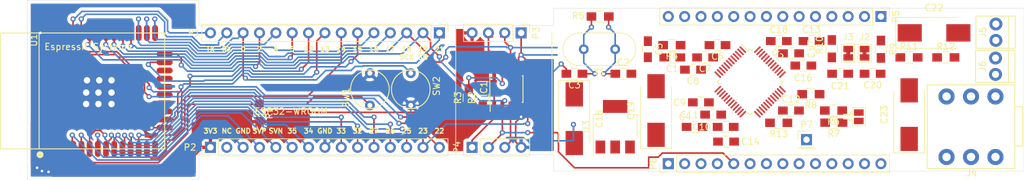
<source format=kicad_pcb>
(kicad_pcb (version 20171130) (host pcbnew "(5.1.4)-1")
  (layers (0 F.Cu signal) (31 B.Cu signal) (34 B.Paste user) (35 F.Paste user) (36 B.SilkS user) (37 F.SilkS user) (38 B.Mask user) (39 F.Mask user) (44 Edge.Cuts user))
  (net 0 "")
  (net 1 AGND)
  (net 2 /MP3RST)
  (net 3 "Net-(C2-Pad1)")
  (net 4 "Net-(C3-Pad1)")
  (net 5 +1.8V)
  (net 6 +3V3)
  (net 7 "Net-(C13-Pad1)")
  (net 8 "Net-(C20-Pad1)")
  (net 9 "Net-(C21-Pad1)")
  (net 10 /L_OUT)
  (net 11 "Net-(C22-Pad1)")
  (net 12 "Net-(C23-Pad1)")
  (net 13 /R_OUT)
  (net 14 /~HOLD/~SIO3)
  (net 15 /SCK/IO18)
  (net 16 /SI/IO23)
  (net 17 /SIO2)
  (net 18 /SO/IO19)
  (net 19 /RAM-CS/IO22)
  (net 20 /GPIO1)
  (net 21 "Net-(J2-Pad2)")
  (net 22 /RIGHT)
  (net 23 /LEFT)
  (net 24 "Net-(J3-Pad2)")
  (net 25 "Net-(J4-PadSN)")
  (net 26 "Net-(J4-PadRN)")
  (net 27 "Net-(J4-PadTN)")
  (net 28 /IO21)
  (net 29 /IO17)
  (net 30 /IO16)
  (net 31 /IO15)
  (net 32 /IO14)
  (net 33 /IO13)
  (net 34 /IO12)
  (net 35 /IO5)
  (net 36 /IO4)
  (net 37 /IO2)
  (net 38 /IO0)
  (net 39 /RXDO)
  (net 40 /TXD0)
  (net 41 /XCS/IO25)
  (net 42 /DREQ/IO26)
  (net 43 /XDCS/IO27)
  (net 44 /IO32)
  (net 45 /IO33)
  (net 46 /IO35)
  (net 47 /IO34)
  (net 48 /SENSOR_VN)
  (net 49 /SENSOR_VP)
  (net 50 "Net-(P2-Pad2)")
  (net 51 /GPIO0)
  (net 52 /GPIO2)
  (net 53 /GPIO3)
  (net 54 /VCO)
  (net 55 /MICN)
  (net 56 /LINE2)
  (net 57 /MICP/LINE1)
  (net 58 /GBUF)
  (net 59 /TX)
  (net 60 /RX)
  (net 61 /SDATA/GPIO7)
  (net 62 /SCLK/GPIO6)
  (net 63 /MCLK/GPIO5)
  (net 64 /LROUT/GPIO4)
  (net 65 /EN)
  (net 66 "Net-(U1-Pad32)")
  (net 67 "Net-(U1-Pad22)")
  (net 68 "Net-(U1-Pad21)")
  (net 69 "Net-(U1-Pad20)")
  (net 70 "Net-(U1-Pad19)")
  (net 71 "Net-(U1-Pad18)")
  (net 72 "Net-(U1-Pad17)")
  (module Pin_Headers:Pin_Header_Straight_1x15_Pitch2.54mm (layer F.Cu) (at 93.98 99.06 270)
    (fp_text reference P1 (at 0 38.1 180) (layer F.SilkS))
    (fp_text value CONN_01X15)
    (pad 1 thru_hole rect (at 0 0 270) (size 1.7 1.7) (drill 1) (layers *.Cu *.Mask) (net 28 /IO21))
    (pad 2 thru_hole oval (at 0 2.54 270) (size 1.7 1.7) (drill 1) (layers *.Cu *.Mask) (net 18 /SO/IO19))
    (pad 3 thru_hole oval (at 0 5.08 270) (size 1.7 1.7) (drill 1) (layers *.Cu *.Mask) (net 15 /SCK/IO18))
    (pad 4 thru_hole oval (at 0 7.62 270) (size 1.7 1.7) (drill 1) (layers *.Cu *.Mask) (net 29 /IO17))
    (pad 5 thru_hole oval (at 0 10.16 270) (size 1.7 1.7) (drill 1) (layers *.Cu *.Mask) (net 30 /IO16))
    (pad 6 thru_hole oval (at 0 12.7 270) (size 1.7 1.7) (drill 1) (layers *.Cu *.Mask) (net 31 /IO15))
    (pad 7 thru_hole oval (at 0 15.24 270) (size 1.7 1.7) (drill 1) (layers *.Cu *.Mask) (net 32 /IO14))
    (pad 8 thru_hole oval (at 0 17.78 270) (size 1.7 1.7) (drill 1) (layers *.Cu *.Mask) (net 33 /IO13))
    (pad 9 thru_hole oval (at 0 20.32 270) (size 1.7 1.7) (drill 1) (layers *.Cu *.Mask) (net 34 /IO12))
    (pad 10 thru_hole oval (at 0 22.86 270) (size 1.7 1.7) (drill 1) (layers *.Cu *.Mask) (net 35 /IO5))
    (pad 11 thru_hole oval (at 0 25.4 270) (size 1.7 1.7) (drill 1) (layers *.Cu *.Mask) (net 36 /IO4))
    (pad 12 thru_hole oval (at 0 27.94 270) (size 1.7 1.7) (drill 1) (layers *.Cu *.Mask) (net 37 /IO2))
    (pad 13 thru_hole oval (at 0 30.48 270) (size 1.7 1.7) (drill 1) (layers *.Cu *.Mask) (net 38 /IO0))
    (pad 14 thru_hole oval (at 0 33.02 270) (size 1.7 1.7) (drill 1) (layers *.Cu *.Mask) (net 39 /RXDO))
    (pad 15 thru_hole oval (at 0 35.56 270) (size 1.7 1.7) (drill 1) (layers *.Cu *.Mask) (net 40 /TXD0))
  )
  (module library:ESP32-WROOM-32-Espressif-Symbol-Kicad-62379 (layer F.Cu) (at 38.558 108.077 270)
    (fp_text reference U1 (at -7.874 7.57 270) (layer F.SilkS))
    (fp_text value ESP32-WROOM-32)
    (fp_text user "Espressif Systems" (at -6.858 -0.889) (layer F.SilkS))
    (fp_text user ESP32-WROOM (at 3.175 -32.385) (layer F.SilkS))
    (pad 38 smd oval (at -9 5.25 270) (size 2.5 0.9) (layers F.Cu F.Paste F.Mask) (net 1 AGND))
    (pad 37 smd oval (at -9 3.98 270) (size 2.5 0.9) (layers F.Cu F.Paste F.Mask) (net 16 /SI/IO23))
    (pad 36 smd oval (at -9 2.71 270) (size 2.5 0.9) (layers F.Cu F.Paste F.Mask) (net 19 /RAM-CS/IO22))
    (pad 35 smd oval (at -9 1.44 270) (size 2.5 0.9) (layers F.Cu F.Paste F.Mask) (net 40 /TXD0))
    (pad 34 smd oval (at -9 0.17 270) (size 2.5 0.9) (layers F.Cu F.Paste F.Mask) (net 39 /RXDO))
    (pad 33 smd oval (at -9 -1.1 270) (size 2.5 0.9) (layers F.Cu F.Paste F.Mask) (net 28 /IO21))
    (pad 32 smd oval (at -9 -2.37 270) (size 2.5 0.9) (layers F.Cu F.Paste F.Mask) (net 66 "Net-(U1-Pad32)"))
    (pad 31 smd oval (at -9 -3.64 270) (size 2.5 0.9) (layers F.Cu F.Paste F.Mask) (net 18 /SO/IO19))
    (pad 30 smd oval (at -9 -4.91 270) (size 2.5 0.9) (layers F.Cu F.Paste F.Mask) (net 15 /SCK/IO18))
    (pad 29 smd oval (at -9 -6.18 270) (size 2.5 0.9) (layers F.Cu F.Paste F.Mask) (net 35 /IO5))
    (pad 28 smd oval (at -9 -7.45 270) (size 2.5 0.9) (layers F.Cu F.Paste F.Mask) (net 29 /IO17))
    (pad 27 smd oval (at -9 -8.72 270) (size 2.5 0.9) (layers F.Cu F.Paste F.Mask) (net 30 /IO16))
    (pad 26 smd oval (at -9 -9.99 270) (size 2.5 0.9) (layers F.Cu F.Paste F.Mask) (net 36 /IO4))
    (pad 25 smd oval (at -9 -11.26 270) (size 2.5 0.9) (layers F.Cu F.Paste F.Mask) (net 38 /IO0))
    (pad 24 smd oval (at -5.715 -12.75 270) (size 0.9 2.5) (layers F.Cu F.Paste F.Mask) (net 37 /IO2))
    (pad 23 smd oval (at -4.445 -12.75 270) (size 0.9 2.5) (layers F.Cu F.Paste F.Mask) (net 31 /IO15))
    (pad 22 smd oval (at -3.175 -12.75 270) (size 0.9 2.5) (layers F.Cu F.Paste F.Mask) (net 67 "Net-(U1-Pad22)"))
    (pad 21 smd oval (at -1.905 -12.75 270) (size 0.9 2.5) (layers F.Cu F.Paste F.Mask) (net 68 "Net-(U1-Pad21)"))
    (pad 20 smd oval (at -0.635 -12.75 270) (size 0.9 2.5) (layers F.Cu F.Paste F.Mask) (net 69 "Net-(U1-Pad20)"))
    (pad 19 smd oval (at 0.635 -12.75 270) (size 0.9 2.5) (layers F.Cu F.Paste F.Mask) (net 70 "Net-(U1-Pad19)"))
    (pad 18 smd oval (at 1.905 -12.75 270) (size 0.9 2.5) (layers F.Cu F.Paste F.Mask) (net 71 "Net-(U1-Pad18)"))
    (pad 17 smd oval (at 3.175 -12.75 270) (size 0.9 2.5) (layers F.Cu F.Paste F.Mask) (net 72 "Net-(U1-Pad17)"))
    (pad 16 smd oval (at 4.445 -12.75 270) (size 0.9 2.5) (layers F.Cu F.Paste F.Mask) (net 33 /IO13))
    (pad 15 smd oval (at 5.715 -12.75 270) (size 0.9 2.5) (layers F.Cu F.Paste F.Mask) (net 1 AGND))
    (pad 14 smd oval (at 9 -11.26 270) (size 2.5 0.9) (layers F.Cu F.Paste F.Mask) (net 34 /IO12))
    (pad 13 smd oval (at 9 -9.99 270) (size 2.5 0.9) (layers F.Cu F.Paste F.Mask) (net 32 /IO14))
    (pad 12 smd oval (at 9 -8.72 270) (size 2.5 0.9) (layers F.Cu F.Paste F.Mask) (net 43 /XDCS/IO27))
    (pad 11 smd oval (at 9 -7.45 270) (size 2.5 0.9) (layers F.Cu F.Paste F.Mask) (net 42 /DREQ/IO26))
    (pad 10 smd oval (at 9 -6.18 270) (size 2.5 0.9) (layers F.Cu F.Paste F.Mask) (net 41 /XCS/IO25))
    (pad 9 smd oval (at 9 -4.91 270) (size 2.5 0.9) (layers F.Cu F.Paste F.Mask) (net 45 /IO33))
    (pad 8 smd oval (at 9 -3.64 270) (size 2.5 0.9) (layers F.Cu F.Paste F.Mask) (net 44 /IO32))
    (pad 7 smd oval (at 9 -2.37 270) (size 2.5 0.9) (layers F.Cu F.Paste F.Mask) (net 46 /IO35))
    (pad 6 smd oval (at 9 -1.1 270) (size 2.5 0.9) (layers F.Cu F.Paste F.Mask) (net 47 /IO34))
    (pad 5 smd oval (at 9 0.17 270) (size 2.5 0.9) (layers F.Cu F.Paste F.Mask) (net 48 /SENSOR_VN))
    (pad 4 smd oval (at 9 1.44 270) (size 2.5 0.9) (layers F.Cu F.Paste F.Mask) (net 49 /SENSOR_VP))
    (pad 3 smd oval (at 9 2.71 270) (size 2.5 0.9) (layers F.Cu F.Paste F.Mask) (net 65 /EN))
    (pad 2 smd oval (at 9 3.98 270) (size 2.5 0.9) (layers F.Cu F.Paste F.Mask) (net 6 +3V3))
    (pad 1 smd oval (at 9 5.25 270) (size 2.5 0.9) (layers F.Cu F.Paste F.Mask) (net 1 AGND))
    (pad 39 smd rect (at 0.3 -2.45 270) (size 6 6) (layers F.Cu F.Paste F.Mask) (net 1 AGND))
  )
  (module Capacitors_SMD:C_0805_HandSoldering (layer F.Cu) (at 130.155 102.87 180)
    (fp_text reference C1 (at 0 -1.75) (layer F.SilkS))
    (fp_text value 100n)
    (pad 2 smd rect (at 1.25 0 180) (size 1.5 1.25) (layers F.Cu F.Paste F.Mask) (net 1 AGND))
    (pad 1 smd rect (at -1.25 0 180) (size 1.5 1.25) (layers F.Cu F.Paste F.Mask) (net 2 /MP3RST))
  )
  (module Capacitors_SMD:C_0805_HandSoldering (layer F.Cu) (at 122.555 105.41)
    (fp_text reference C2 (at 0 -1.75) (layer F.SilkS))
    (fp_text value 22p)
    (pad 2 smd rect (at 1.25 0) (size 1.5 1.25) (layers F.Cu F.Paste F.Mask) (net 1 AGND))
    (pad 1 smd rect (at -1.25 0) (size 1.5 1.25) (layers F.Cu F.Paste F.Mask) (net 3 "Net-(C2-Pad1)"))
  )
  (module Capacitors_SMD:C_0805_HandSoldering (layer F.Cu) (at 114.955 105.41 180)
    (fp_text reference C3 (at 0 -1.75) (layer F.SilkS))
    (fp_text value 22p)
    (pad 1 smd rect (at -1.25 0 180) (size 1.5 1.25) (layers F.Cu F.Paste F.Mask) (net 4 "Net-(C3-Pad1)"))
    (pad 2 smd rect (at 1.25 0 180) (size 1.5 1.25) (layers F.Cu F.Paste F.Mask) (net 1 AGND))
  )
  (module Capacitors_SMD:C_0805_HandSoldering (layer F.Cu) (at 133.6294 113.665 180)
    (fp_text reference C4 (at 1.4986 1.524) (layer F.SilkS))
    (fp_text value 10u)
    (pad 1 smd rect (at -1.25 0 180) (size 1.5 1.25) (layers F.Cu F.Paste F.Mask) (net 5 +1.8V))
    (pad 2 smd rect (at 1.25 0 180) (size 1.5 1.25) (layers F.Cu F.Paste F.Mask) (net 1 AGND))
  )
  (module Capacitors_SMD:C_0805_HandSoldering (layer F.Cu) (at 126.365 101.6 270)
    (fp_text reference C5 (at 0 -1.75 90) (layer F.SilkS))
    (fp_text value 10u)
    (pad 2 smd rect (at 1.25 0 270) (size 1.5 1.25) (layers F.Cu F.Paste F.Mask) (net 1 AGND))
    (pad 1 smd rect (at -1.25 0 270) (size 1.5 1.25) (layers F.Cu F.Paste F.Mask) (net 6 +3V3))
  )
  (module Capacitors_SMD:C_0805_HandSoldering (layer F.Cu) (at 137.18 100.965 180)
    (fp_text reference C6 (at 0 -1.75) (layer F.SilkS))
    (fp_text value 100n)
    (pad 1 smd rect (at -1.25 0 180) (size 1.5 1.25) (layers F.Cu F.Paste F.Mask) (net 5 +1.8V))
    (pad 2 smd rect (at 1.25 0 180) (size 1.5 1.25) (layers F.Cu F.Paste F.Mask) (net 1 AGND))
  )
  (module Capacitors_SMD:C_0805_HandSoldering (layer F.Cu) (at 135.255 102.87 180)
    (fp_text reference C7 (at 0 -1.75) (layer F.SilkS))
    (fp_text value 100n)
    (pad 2 smd rect (at 1.25 0 180) (size 1.5 1.25) (layers F.Cu F.Paste F.Mask) (net 1 AGND))
    (pad 1 smd rect (at -1.25 0 180) (size 1.5 1.25) (layers F.Cu F.Paste F.Mask) (net 6 +3V3))
  )
  (module Capacitors_SMD:C_0805_HandSoldering (layer F.Cu) (at 133.37 104.775 180)
    (fp_text reference C8 (at 0 -1.75) (layer F.SilkS))
    (fp_text value 100n)
    (pad 2 smd rect (at 1.25 0 180) (size 1.5 1.25) (layers F.Cu F.Paste F.Mask) (net 1 AGND))
    (pad 1 smd rect (at -1.25 0 180) (size 1.5 1.25) (layers F.Cu F.Paste F.Mask) (net 5 +1.8V))
  )
  (module Capacitors_SMD:C_0805_HandSoldering (layer F.Cu) (at 134.6 109.855 180)
    (fp_text reference C9 (at 3.3074 -0.0508) (layer F.SilkS))
    (fp_text value 100n)
    (pad 1 smd rect (at -1.25 0 180) (size 1.5 1.25) (layers F.Cu F.Paste F.Mask) (net 6 +3V3))
    (pad 2 smd rect (at 1.25 0 180) (size 1.5 1.25) (layers F.Cu F.Paste F.Mask) (net 1 AGND))
  )
  (module Capacitors_SMD:C_0805_HandSoldering (layer F.Cu) (at 138.45 113.665 180)
    (fp_text reference C10 (at 3.7284 0) (layer F.SilkS))
    (fp_text value 100n)
    (pad 1 smd rect (at -1.25 0 180) (size 1.5 1.25) (layers F.Cu F.Paste F.Mask) (net 5 +1.8V))
    (pad 2 smd rect (at 1.25 0 180) (size 1.5 1.25) (layers F.Cu F.Paste F.Mask) (net 1 AGND))
  )
  (module Capacitors_SMD:C_0805_HandSoldering (layer F.Cu) (at 136.505 111.76 180)
    (fp_text reference C11 (at 3.6884 -0.0254) (layer F.SilkS))
    (fp_text value 100n)
    (pad 2 smd rect (at 1.25 0 180) (size 1.5 1.25) (layers F.Cu F.Paste F.Mask) (net 1 AGND))
    (pad 1 smd rect (at -1.25 0 180) (size 1.5 1.25) (layers F.Cu F.Paste F.Mask) (net 6 +3V3))
  )
  (module Capacitors_SMD:C_0805_HandSoldering (layer F.Cu) (at 148.59 111.125)
    (fp_text reference C12 (at 0 -1.75) (layer F.SilkS))
    (fp_text value 100n)
    (pad 2 smd rect (at 1.25 0) (size 1.5 1.25) (layers F.Cu F.Paste F.Mask) (net 1 AGND))
    (pad 1 smd rect (at -1.25 0) (size 1.5 1.25) (layers F.Cu F.Paste F.Mask) (net 5 +1.8V))
  )
  (module Capacitors_SMD:C_0805_HandSoldering (layer F.Cu) (at 151.785 100.33)
    (fp_text reference C13 (at 0 -1.75) (layer F.SilkS))
    (fp_text value 1u)
    (pad 2 smd rect (at 1.25 0) (size 1.5 1.25) (layers F.Cu F.Paste F.Mask) (net 1 AGND))
    (pad 1 smd rect (at -1.25 0) (size 1.5 1.25) (layers F.Cu F.Paste F.Mask) (net 7 "Net-(C13-Pad1)"))
  )
  (module Capacitors_SMD:C_0805_HandSoldering (layer F.Cu) (at 138.5062 115.951 180)
    (fp_text reference C14 (at -3.79 0) (layer F.SilkS))
    (fp_text value 10u)
    (pad 1 smd rect (at -1.25 0 180) (size 1.5 1.25) (layers F.Cu F.Paste F.Mask) (net 6 +3V3))
    (pad 2 smd rect (at 1.25 0 180) (size 1.5 1.25) (layers F.Cu F.Paste F.Mask) (net 1 AGND))
  )
  (module Capacitors_Tantalum_SMD:CP_Tantalum_Case-D_EIA-7343-31_Hand (layer F.Cu) (at 114.935 112.395 270)
    (fp_text reference C15 (at 0 -3.9 90) (layer F.SilkS))
    (fp_text value 10u)
    (pad 1 smd rect (at -3.775 0 270) (size 3.75 2.7) (layers F.Cu F.Paste F.Mask) (net 6 +3V3))
    (pad 2 smd rect (at 3.775 0 270) (size 3.75 2.7) (layers F.Cu F.Paste F.Mask) (net 1 AGND))
  )
  (module Capacitors_SMD:C_0805_HandSoldering (layer F.Cu) (at 150.515 104.14)
    (fp_text reference C16 (at -0.02 1.905) (layer F.SilkS))
    (fp_text value 100n)
    (pad 1 smd rect (at -1.25 0) (size 1.5 1.25) (layers F.Cu F.Paste F.Mask) (net 6 +3V3))
    (pad 2 smd rect (at 1.25 0) (size 1.5 1.25) (layers F.Cu F.Paste F.Mask) (net 1 AGND))
  )
  (module Capacitors_SMD:C_0805_HandSoldering (layer F.Cu) (at 148.61 102.235)
    (fp_text reference C17 (at 3.155 -0.635 90) (layer F.SilkS))
    (fp_text value 100n)
    (pad 2 smd rect (at 1.25 0) (size 1.5 1.25) (layers F.Cu F.Paste F.Mask) (net 1 AGND))
    (pad 1 smd rect (at -1.25 0) (size 1.5 1.25) (layers F.Cu F.Paste F.Mask) (net 6 +3V3))
  )
  (module Capacitors_SMD:C_0805_HandSoldering (layer F.Cu) (at 146.705 100.33)
    (fp_text reference C18 (at 0 -1.75) (layer F.SilkS))
    (fp_text value 100n)
    (pad 1 smd rect (at -1.25 0) (size 1.5 1.25) (layers F.Cu F.Paste F.Mask) (net 6 +3V3))
    (pad 2 smd rect (at 1.25 0) (size 1.5 1.25) (layers F.Cu F.Paste F.Mask) (net 1 AGND))
  )
  (module Capacitors_Tantalum_SMD:CP_Tantalum_Case-D_EIA-7343-31_Hand (layer F.Cu) (at 127.635 111.125 90)
    (fp_text reference C19 (at 0 -3.9 90) (layer F.SilkS))
    (fp_text value 10u)
    (pad 2 smd rect (at 3.775 0 90) (size 3.75 2.7) (layers F.Cu F.Paste F.Mask) (net 1 AGND))
    (pad 1 smd rect (at -3.775 0 90) (size 3.75 2.7) (layers F.Cu F.Paste F.Mask) (net 5 +1.8V))
  )
  (module Capacitors_SMD:C_0805_HandSoldering (layer F.Cu) (at 161.27 105.41 180)
    (fp_text reference C20 (at 0 -1.75) (layer F.SilkS))
    (fp_text value 10n)
    (pad 2 smd rect (at 1.25 0 180) (size 1.5 1.25) (layers F.Cu F.Paste F.Mask) (net 1 AGND))
    (pad 1 smd rect (at -1.25 0 180) (size 1.5 1.25) (layers F.Cu F.Paste F.Mask) (net 8 "Net-(C20-Pad1)"))
  )
  (module Capacitors_SMD:C_0805_HandSoldering (layer F.Cu) (at 156.23 105.41)
    (fp_text reference C21 (at 0 1.905) (layer F.SilkS))
    (fp_text value 10n)
    (pad 1 smd rect (at -1.25 0) (size 1.5 1.25) (layers F.Cu F.Paste F.Mask) (net 9 "Net-(C21-Pad1)"))
    (pad 2 smd rect (at 1.25 0) (size 1.5 1.25) (layers F.Cu F.Paste F.Mask) (net 1 AGND))
  )
  (module Capacitors_Tantalum_SMD:CP_Tantalum_Case-D_EIA-7343-31_Hand (layer F.Cu) (at 170.815 99.06)
    (fp_text reference C22 (at 0 -3.9) (layer F.SilkS))
    (fp_text value 220u)
    (pad 2 smd rect (at 3.775 0) (size 3.75 2.7) (layers F.Cu F.Paste F.Mask) (net 10 /L_OUT))
    (pad 1 smd rect (at -3.775 0) (size 3.75 2.7) (layers F.Cu F.Paste F.Mask) (net 11 "Net-(C22-Pad1)"))
  )
  (module Capacitors_Tantalum_SMD:CP_Tantalum_Case-D_EIA-7343-31_Hand (layer F.Cu) (at 166.9542 111.76 90)
    (fp_text reference C23 (at 0 -3.9 90) (layer F.SilkS))
    (fp_text value 220u)
    (pad 1 smd rect (at -3.775 0 90) (size 3.75 2.7) (layers F.Cu F.Paste F.Mask) (net 12 "Net-(C23-Pad1)"))
    (pad 2 smd rect (at 3.775 0 90) (size 3.75 2.7) (layers F.Cu F.Paste F.Mask) (net 13 /R_OUT))
  )
  (module Housings_SOIC:SOIC-8_3.9x4.9mm_Pitch1.27mm (layer F.Cu) (at 104.394 107.79 90)
    (fp_text reference IC1 (at 0 -3.5 270) (layer F.SilkS))
    (fp_text value 23LC1024)
    (pad 8 smd rect (at 2.7 -1.905 90) (size 1.55 0.6) (layers F.Cu F.Paste F.Mask) (net 6 +3V3))
    (pad 7 smd rect (at 2.7 -0.635 90) (size 1.55 0.6) (layers F.Cu F.Paste F.Mask) (net 14 /~HOLD/~SIO3))
    (pad 6 smd rect (at 2.7 0.635 90) (size 1.55 0.6) (layers F.Cu F.Paste F.Mask) (net 15 /SCK/IO18))
    (pad 5 smd rect (at 2.7 1.905 90) (size 1.55 0.6) (layers F.Cu F.Paste F.Mask) (net 16 /SI/IO23))
    (pad 4 smd rect (at -2.7 1.905 90) (size 1.55 0.6) (layers F.Cu F.Paste F.Mask) (net 1 AGND))
    (pad 3 smd rect (at -2.7 0.635 90) (size 1.55 0.6) (layers F.Cu F.Paste F.Mask) (net 17 /SIO2))
    (pad 2 smd rect (at -2.7 -0.635 90) (size 1.55 0.6) (layers F.Cu F.Paste F.Mask) (net 18 /SO/IO19))
    (pad 1 smd rect (at -2.7 -1.905 90) (size 1.55 0.6) (layers F.Cu F.Paste F.Mask) (net 19 /RAM-CS/IO22))
  )
  (module Jumper:SolderJumper-2_P1.3mm_Open_Pad1.0x1.5mm (layer F.Cu) (at 159.131 112.0902 90)
    (fp_text reference J1 (at 0 -1.8 90) (layer F.SilkS))
    (fp_text value JUMPER_OPEN)
    (pad 2 smd rect (at 0.65 0 90) (size 1 1.5) (layers F.Cu F.Mask) (net 20 /GPIO1))
    (pad 1 smd rect (at -0.65 0 90) (size 1 1.5) (layers F.Cu F.Mask) (net 6 +3V3))
  )
  (module Jumper:SolderJumper-2_P1.3mm_Bridged_Pad1.0x1.5mm (layer F.Cu) (at 160.02 102.22 90)
    (fp_text reference J2 (at 2.525 0 180) (layer F.SilkS))
    (fp_text value JUMPER_CLOSED)
    (fp_poly (pts (xy -0.25 -0.3) (xy 0.25 -0.3) (xy 0.25 0.3) (xy -0.25 0.3)) (layer F.Cu) (width 0))
    (pad 2 smd rect (at 0.65 0 90) (size 1 1.5) (layers F.Cu F.Mask) (net 21 "Net-(J2-Pad2)"))
    (pad 1 smd rect (at -0.65 0 90) (size 1 1.5) (layers F.Cu F.Mask) (net 22 /RIGHT))
  )
  (module Jumper:SolderJumper-2_P1.3mm_Bridged_Pad1.0x1.5mm (layer F.Cu) (at 157.48 102.22 90)
    (fp_text reference J3 (at 2.525 0 180) (layer F.SilkS))
    (fp_text value JUMPER_CLOSED)
    (fp_poly (pts (xy -0.25 -0.3) (xy 0.25 -0.3) (xy 0.25 0.3) (xy -0.25 0.3)) (layer F.Cu) (width 0))
    (pad 1 smd rect (at -0.65 0 90) (size 1 1.5) (layers F.Cu F.Mask) (net 23 /LEFT))
    (pad 2 smd rect (at 0.65 0 90) (size 1 1.5) (layers F.Cu F.Mask) (net 24 "Net-(J3-Pad2)"))
  )
  (module library:Stereo_Jack-Socket_6_Pin (layer F.Cu) (at 176.5554 113.6396 180)
    (fp_text reference J4 (at -0.1 -7.2 180) (layer F.SilkS))
    (fp_text value AudioJack3_Switch)
    (pad SN thru_hole circle (at -3.8 4.7 180) (size 2.5 2.5) (drill 1.3) (layers *.Cu *.Mask) (net 25 "Net-(J4-PadSN)"))
    (pad RN thru_hole circle (at 0 4.7 180) (size 2.5 2.5) (drill 1.3) (layers *.Cu *.Mask) (net 26 "Net-(J4-PadRN)"))
    (pad TN thru_hole circle (at 3.8 4.7 180) (size 2.5 2.5) (drill 1.3) (layers *.Cu *.Mask) (net 27 "Net-(J4-PadTN)"))
    (pad T thru_hole circle (at 3.8 -4.7 180) (size 2.5 2.5) (drill 1.3) (layers *.Cu *.Mask) (net 10 /L_OUT))
    (pad R thru_hole circle (at 0 -4.7 180) (size 2.5 2.5) (drill 1.3) (layers *.Cu *.Mask) (net 13 /R_OUT))
    (pad S thru_hole circle (at -3.8 -4.7 180) (size 2.5 2.5) (drill 1.3) (layers *.Cu *.Mask) (net 1 AGND))
  )
  (module library:Screw_Terminal_1x02 (layer F.Cu) (at 180.4162 98.9584 90)
    (fp_text reference J5 (at 0 -2 90) (layer F.SilkS))
    (fp_text value Screw_Terminal_1x02)
    (pad 2 thru_hole circle (at 1.27 0 90) (size 2 2) (drill 1.1) (layers *.Cu *.Mask) (net 10 /L_OUT))
    (pad 1 thru_hole circle (at -1.27 0 90) (size 2 2) (drill 1.1) (layers *.Cu *.Mask) (net 1 AGND))
  )
  (module library:Screw_Terminal_1x02 (layer F.Cu) (at 180.3654 104.2416 90)
    (fp_text reference J6 (at 0 -2 90) (layer F.SilkS))
    (fp_text value Screw_Terminal_1x02)
    (pad 1 thru_hole circle (at -1.27 0 90) (size 2 2) (drill 1.1) (layers *.Cu *.Mask) (net 1 AGND))
    (pad 2 thru_hole circle (at 1.27 0 90) (size 2 2) (drill 1.1) (layers *.Cu *.Mask) (net 13 /R_OUT))
  )
  (module Pin_Headers:Pin_Header_Straight_1x15_Pitch2.54mm (layer F.Cu) (at 58.42 116.84 90)
    (fp_text reference P2 (at 0 -3.175 180) (layer F.SilkS))
    (fp_text value CONN_01X15)
    (pad 15 thru_hole oval (at 0 35.56 90) (size 1.7 1.7) (drill 1) (layers *.Cu *.Mask) (net 19 /RAM-CS/IO22))
    (pad 14 thru_hole oval (at 0 33.02 90) (size 1.7 1.7) (drill 1) (layers *.Cu *.Mask) (net 16 /SI/IO23))
    (pad 13 thru_hole oval (at 0 30.48 90) (size 1.7 1.7) (drill 1) (layers *.Cu *.Mask) (net 41 /XCS/IO25))
    (pad 12 thru_hole oval (at 0 27.94 90) (size 1.7 1.7) (drill 1) (layers *.Cu *.Mask) (net 42 /DREQ/IO26))
    (pad 11 thru_hole oval (at 0 25.4 90) (size 1.7 1.7) (drill 1) (layers *.Cu *.Mask) (net 43 /XDCS/IO27))
    (pad 10 thru_hole oval (at 0 22.86 90) (size 1.7 1.7) (drill 1) (layers *.Cu *.Mask) (net 44 /IO32))
    (pad 9 thru_hole oval (at 0 20.32 90) (size 1.7 1.7) (drill 1) (layers *.Cu *.Mask) (net 45 /IO33))
    (pad 8 thru_hole oval (at 0 17.78 90) (size 1.7 1.7) (drill 1) (layers *.Cu *.Mask) (net 1 AGND))
    (pad 7 thru_hole oval (at 0 15.24 90) (size 1.7 1.7) (drill 1) (layers *.Cu *.Mask) (net 47 /IO34))
    (pad 6 thru_hole oval (at 0 12.7 90) (size 1.7 1.7) (drill 1) (layers *.Cu *.Mask) (net 46 /IO35))
    (pad 5 thru_hole oval (at 0 10.16 90) (size 1.7 1.7) (drill 1) (layers *.Cu *.Mask) (net 48 /SENSOR_VN))
    (pad 4 thru_hole oval (at 0 7.62 90) (size 1.7 1.7) (drill 1) (layers *.Cu *.Mask) (net 49 /SENSOR_VP))
    (pad 3 thru_hole oval (at 0 5.08 90) (size 1.7 1.7) (drill 1) (layers *.Cu *.Mask) (net 1 AGND))
    (pad 2 thru_hole oval (at 0 2.54 90) (size 1.7 1.7) (drill 1) (layers *.Cu *.Mask) (net 50 "Net-(P2-Pad2)"))
    (pad 1 thru_hole rect (at 0 0 90) (size 1.7 1.7) (drill 1) (layers *.Cu *.Mask) (net 6 +3V3))
  )
  (module Pin_Headers:Pin_Header_Straight_1x04_Pitch2.54mm (layer F.Cu) (at 106.68 99.06 270)
    (fp_text reference P3 (at 0 -2.33 90) (layer F.SilkS))
    (fp_text value CONN_01X04)
    (pad 1 thru_hole rect (at 0 0 270) (size 1.7 1.7) (drill 1) (layers *.Cu *.Mask) (net 16 /SI/IO23))
    (pad 2 thru_hole oval (at 0 2.54 270) (size 1.7 1.7) (drill 1) (layers *.Cu *.Mask) (net 15 /SCK/IO18))
    (pad 3 thru_hole oval (at 0 5.08 270) (size 1.7 1.7) (drill 1) (layers *.Cu *.Mask) (net 14 /~HOLD/~SIO3))
    (pad 4 thru_hole oval (at 0 7.62 270) (size 1.7 1.7) (drill 1) (layers *.Cu *.Mask) (net 6 +3V3))
  )
  (module Pin_Headers:Pin_Header_Straight_1x04_Pitch2.54mm (layer F.Cu) (at 99.06 116.84 90)
    (fp_text reference P4 (at 0 -2.33 90) (layer F.SilkS))
    (fp_text value CONN_01X04)
    (pad 4 thru_hole oval (at 0 7.62 90) (size 1.7 1.7) (drill 1) (layers *.Cu *.Mask) (net 1 AGND))
    (pad 3 thru_hole oval (at 0 5.08 90) (size 1.7 1.7) (drill 1) (layers *.Cu *.Mask) (net 17 /SIO2))
    (pad 2 thru_hole oval (at 0 2.54 90) (size 1.7 1.7) (drill 1) (layers *.Cu *.Mask) (net 18 /SO/IO19))
    (pad 1 thru_hole rect (at 0 0 90) (size 1.7 1.7) (drill 1) (layers *.Cu *.Mask) (net 19 /RAM-CS/IO22))
  )
  (module Pin_Headers:Pin_Header_Straight_1x14_Pitch2.54mm (layer F.Cu) (at 162.56 96.52 270)
    (fp_text reference P5 (at 0 -2.33 90) (layer F.SilkS))
    (fp_text value CONN_01X14)
    (pad 14 thru_hole oval (at 0 33.02 270) (size 1.7 1.7) (drill 1) (layers *.Cu *.Mask) (net 6 +3V3))
    (pad 13 thru_hole oval (at 0 30.48 270) (size 1.7 1.7) (drill 1) (layers *.Cu *.Mask) (net 2 /MP3RST))
    (pad 12 thru_hole oval (at 0 27.94 270) (size 1.7 1.7) (drill 1) (layers *.Cu *.Mask) (net 51 /GPIO0))
    (pad 11 thru_hole oval (at 0 25.4 270) (size 1.7 1.7) (drill 1) (layers *.Cu *.Mask) (net 20 /GPIO1))
    (pad 10 thru_hole oval (at 0 22.86 270) (size 1.7 1.7) (drill 1) (layers *.Cu *.Mask) (net 52 /GPIO2))
    (pad 9 thru_hole oval (at 0 20.32 270) (size 1.7 1.7) (drill 1) (layers *.Cu *.Mask) (net 53 /GPIO3))
    (pad 8 thru_hole oval (at 0 17.78 270) (size 1.7 1.7) (drill 1) (layers *.Cu *.Mask) (net 54 /VCO))
    (pad 7 thru_hole oval (at 0 15.24 270) (size 1.7 1.7) (drill 1) (layers *.Cu *.Mask) (net 55 /MICN))
    (pad 6 thru_hole oval (at 0 12.7 270) (size 1.7 1.7) (drill 1) (layers *.Cu *.Mask) (net 56 /LINE2))
    (pad 5 thru_hole oval (at 0 10.16 270) (size 1.7 1.7) (drill 1) (layers *.Cu *.Mask) (net 57 /MICP/LINE1))
    (pad 4 thru_hole oval (at 0 7.62 270) (size 1.7 1.7) (drill 1) (layers *.Cu *.Mask) (net 58 /GBUF))
    (pad 3 thru_hole oval (at 0 5.08 270) (size 1.7 1.7) (drill 1) (layers *.Cu *.Mask) (net 23 /LEFT))
    (pad 2 thru_hole oval (at 0 2.54 270) (size 1.7 1.7) (drill 1) (layers *.Cu *.Mask) (net 22 /RIGHT))
    (pad 1 thru_hole rect (at 0 0 270) (size 1.7 1.7) (drill 1) (layers *.Cu *.Mask) (net 1 AGND))
  )
  (module Pin_Headers:Pin_Header_Straight_1x14_Pitch2.54mm (layer F.Cu) (at 129.54 119.38 90)
    (fp_text reference P6 (at 0 -2.33 90) (layer F.SilkS))
    (fp_text value CONN_01X14)
    (pad 1 thru_hole rect (at 0 0 90) (size 1.7 1.7) (drill 1) (layers *.Cu *.Mask) (net 6 +3V3))
    (pad 2 thru_hole oval (at 0 2.54 90) (size 1.7 1.7) (drill 1) (layers *.Cu *.Mask) (net 43 /XDCS/IO27))
    (pad 3 thru_hole oval (at 0 5.08 90) (size 1.7 1.7) (drill 1) (layers *.Cu *.Mask) (net 42 /DREQ/IO26))
    (pad 4 thru_hole oval (at 0 7.62 90) (size 1.7 1.7) (drill 1) (layers *.Cu *.Mask) (net 41 /XCS/IO25))
    (pad 5 thru_hole oval (at 0 10.16 90) (size 1.7 1.7) (drill 1) (layers *.Cu *.Mask) (net 18 /SO/IO19))
    (pad 6 thru_hole oval (at 0 12.7 90) (size 1.7 1.7) (drill 1) (layers *.Cu *.Mask) (net 16 /SI/IO23))
    (pad 7 thru_hole oval (at 0 15.24 90) (size 1.7 1.7) (drill 1) (layers *.Cu *.Mask) (net 59 /TX))
    (pad 8 thru_hole oval (at 0 17.78 90) (size 1.7 1.7) (drill 1) (layers *.Cu *.Mask) (net 60 /RX))
    (pad 9 thru_hole oval (at 0 20.32 90) (size 1.7 1.7) (drill 1) (layers *.Cu *.Mask) (net 15 /SCK/IO18))
    (pad 10 thru_hole oval (at 0 22.86 90) (size 1.7 1.7) (drill 1) (layers *.Cu *.Mask) (net 61 /SDATA/GPIO7))
    (pad 11 thru_hole oval (at 0 25.4 90) (size 1.7 1.7) (drill 1) (layers *.Cu *.Mask) (net 62 /SCLK/GPIO6))
    (pad 12 thru_hole oval (at 0 27.94 90) (size 1.7 1.7) (drill 1) (layers *.Cu *.Mask) (net 63 /MCLK/GPIO5))
    (pad 13 thru_hole oval (at 0 30.48 90) (size 1.7 1.7) (drill 1) (layers *.Cu *.Mask) (net 64 /LROUT/GPIO4))
    (pad 14 thru_hole oval (at 0 33.02 90) (size 1.7 1.7) (drill 1) (layers *.Cu *.Mask) (net 1 AGND))
  )
  (module Pin_Headers:Pin_Header_Straight_1x01_Pitch2.54mm (layer F.Cu) (at 151.003 115.6462)
    (fp_text reference P7 (at 0 -2.33) (layer F.SilkS))
    (fp_text value CONN_01X01)
    (pad 1 thru_hole rect (at 0 0) (size 1.7 1.7) (drill 1) (layers *.Cu *.Mask) (net 1 AGND))
  )
  (module Resistors_SMD:R_0805_HandSoldering (layer F.Cu) (at 66.04 111.506 90)
    (fp_text reference R1 (at 0 1.524 90) (layer F.SilkS))
    (fp_text value 10K)
    (pad 1 smd rect (at -1.35 0 90) (size 1.5 1.3) (layers F.Cu F.Paste F.Mask) (net 6 +3V3))
    (pad 2 smd rect (at 1.35 0 90) (size 1.5 1.3) (layers F.Cu F.Paste F.Mask) (net 65 /EN))
  )
  (module Resistors_SMD:R_0805_HandSoldering (layer F.Cu) (at 100.711 109.14 90)
    (fp_text reference R2 (at 0 -1.7 90) (layer F.SilkS))
    (fp_text value 10K)
    (pad 1 smd rect (at -1.35 0 90) (size 1.5 1.3) (layers F.Cu F.Paste F.Mask) (net 6 +3V3))
    (pad 2 smd rect (at 1.35 0 90) (size 1.5 1.3) (layers F.Cu F.Paste F.Mask) (net 19 /RAM-CS/IO22))
  )
  (module Resistors_SMD:R_0805_HandSoldering (layer F.Cu) (at 98.552 109.14 90)
    (fp_text reference R3 (at 0 -1.7 90) (layer F.SilkS))
    (fp_text value 10K)
    (pad 2 smd rect (at 1.35 0 90) (size 1.5 1.3) (layers F.Cu F.Paste F.Mask) (net 14 /~HOLD/~SIO3))
    (pad 1 smd rect (at -1.35 0 90) (size 1.5 1.3) (layers F.Cu F.Paste F.Mask) (net 6 +3V3))
  )
  (module Resistors_SMD:R_0805_HandSoldering (layer F.Cu) (at 130.095 100.965 180)
    (fp_text reference R4 (at 0 -1.7) (layer F.SilkS))
    (fp_text value 100K)
    (pad 2 smd rect (at 1.35 0 180) (size 1.5 1.3) (layers F.Cu F.Paste F.Mask) (net 6 +3V3))
    (pad 1 smd rect (at -1.35 0 180) (size 1.5 1.3) (layers F.Cu F.Paste F.Mask) (net 2 /MP3RST))
  )
  (module Resistors_SMD:R_0805_HandSoldering (layer F.Cu) (at 118.952 96.52)
    (fp_text reference R5 (at -3.3998 -0.1016) (layer F.SilkS))
    (fp_text value 1M)
    (pad 2 smd rect (at 1.35 0) (size 1.5 1.3) (layers F.Cu F.Paste F.Mask) (net 3 "Net-(C2-Pad1)"))
    (pad 1 smd rect (at -1.35 0) (size 1.5 1.3) (layers F.Cu F.Paste F.Mask) (net 4 "Net-(C3-Pad1)"))
  )
  (module Resistors_SMD:R_0805_HandSoldering (layer F.Cu) (at 155.1978 111.125 180)
    (fp_text reference R6 (at 0 -1.7) (layer F.SilkS))
    (fp_text value 100K)
    (pad 2 smd rect (at 1.35 0 180) (size 1.5 1.3) (layers F.Cu F.Paste F.Mask) (net 51 /GPIO0))
    (pad 1 smd rect (at -1.35 0 180) (size 1.5 1.3) (layers F.Cu F.Paste F.Mask) (net 1 AGND))
  )
  (module Resistors_SMD:R_0805_HandSoldering (layer F.Cu) (at 155.2486 113.0046 180)
    (fp_text reference R7 (at 0 -1.7) (layer F.SilkS))
    (fp_text value 100K)
    (pad 2 smd rect (at 1.35 0 180) (size 1.5 1.3) (layers F.Cu F.Paste F.Mask) (net 20 /GPIO1))
    (pad 1 smd rect (at -1.35 0 180) (size 1.5 1.3) (layers F.Cu F.Paste F.Mask) (net 1 AGND))
  )
  (module Resistors_SMD:R_0805_HandSoldering (layer F.Cu) (at 151.685 108.585 180)
    (fp_text reference R8 (at 0 -1.7) (layer F.SilkS))
    (fp_text value 100K)
    (pad 1 smd rect (at -1.35 0 180) (size 1.5 1.3) (layers F.Cu F.Paste F.Mask) (net 1 AGND))
    (pad 2 smd rect (at 1.35 0 180) (size 1.5 1.3) (layers F.Cu F.Paste F.Mask) (net 51 /GPIO0))
  )
  (module Resistors_SMD:R_0805_HandSoldering (layer F.Cu) (at 162.56 101.6 90)
    (fp_text reference R9 (at 0 1.905 90) (layer F.SilkS))
    (fp_text value 22)
    (pad 2 smd rect (at 1.35 0 90) (size 1.5 1.3) (layers F.Cu F.Paste F.Mask) (net 8 "Net-(C20-Pad1)"))
    (pad 1 smd rect (at -1.35 0 90) (size 1.5 1.3) (layers F.Cu F.Paste F.Mask) (net 21 "Net-(J2-Pad2)"))
  )
  (module Resistors_SMD:R_0805_HandSoldering (layer F.Cu) (at 154.94 101.52 270)
    (fp_text reference R10 (at -0.555 1.905 270) (layer F.SilkS))
    (fp_text value 22)
    (pad 1 smd rect (at -1.35 0 270) (size 1.5 1.3) (layers F.Cu F.Paste F.Mask) (net 24 "Net-(J3-Pad2)"))
    (pad 2 smd rect (at 1.35 0 270) (size 1.5 1.3) (layers F.Cu F.Paste F.Mask) (net 9 "Net-(C21-Pad1)"))
  )
  (module Resistors_SMD:R_0805_HandSoldering (layer F.Cu) (at 166.925 102.87)
    (fp_text reference R11 (at 0 -1.7) (layer F.SilkS))
    (fp_text value 100)
    (pad 2 smd rect (at 1.35 0) (size 1.5 1.3) (layers F.Cu F.Paste F.Mask) (net 11 "Net-(C22-Pad1)"))
    (pad 1 smd rect (at -1.35 0) (size 1.5 1.3) (layers F.Cu F.Paste F.Mask) (net 24 "Net-(J3-Pad2)"))
  )
  (module Resistors_SMD:R_0805_HandSoldering (layer F.Cu) (at 172.64 102.87)
    (fp_text reference R12 (at 0 -1.7) (layer F.SilkS))
    (fp_text value 100)
    (pad 1 smd rect (at -1.35 0) (size 1.5 1.3) (layers F.Cu F.Paste F.Mask) (net 21 "Net-(J2-Pad2)"))
    (pad 2 smd rect (at 1.35 0) (size 1.5 1.3) (layers F.Cu F.Paste F.Mask) (net 12 "Net-(C23-Pad1)"))
  )
  (module Resistors_SMD:R_0805_HandSoldering (layer F.Cu) (at 146.685 113.03 180)
    (fp_text reference R13 (at 0 -1.7) (layer F.SilkS))
    (fp_text value 100k)
    (pad 1 smd rect (at -1.35 0 180) (size 1.5 1.3) (layers F.Cu F.Paste F.Mask) (net 6 +3V3))
    (pad 2 smd rect (at 1.35 0 180) (size 1.5 1.3) (layers F.Cu F.Paste F.Mask) (net 60 /RX))
  )
  (module library:SW-PUSH-RND-SMALL (layer F.Cu) (at 83.185 107.823 270)
    (fp_text reference SW1 (at 1.27 3.683 90) (layer F.SilkS))
    (fp_text value RST)
    (pad 2 thru_hole circle (at -2.5 0 270) (size 1.524 1.524) (drill 0.762) (layers *.Cu *.Mask) (net 1 AGND))
    (pad 1 thru_hole circle (at 2.5 0 270) (size 1.524 1.524) (drill 0.762) (layers *.Cu *.Mask) (net 65 /EN))
  )
  (module library:SW-PUSH-RND-SMALL (layer F.Cu) (at 89.535 107.823 90)
    (fp_text reference SW2 (at 0.5 4 90) (layer F.SilkS))
    (fp_text value 0)
    (pad 1 thru_hole circle (at 2.5 0 90) (size 1.524 1.524) (drill 0.762) (layers *.Cu *.Mask) (net 38 /IO0))
    (pad 2 thru_hole circle (at -2.5 0 90) (size 1.524 1.524) (drill 0.762) (layers *.Cu *.Mask) (net 1 AGND))
  )
  (module Housings_QFP:LQFP-48_7x7mm_Pitch0.5mm (layer F.Cu) (at 142.24 106.68 315)
    (fp_text reference U2 (at 0 -6 135) (layer F.SilkS))
    (fp_text value VS1053B)
    (pad 48 smd rect (at -2.75 -4.35 45) (size 1.3 0.25) (layers F.Cu F.Paste F.Mask) (net 56 /LINE2))
    (pad 47 smd rect (at -2.25 -4.35 45) (size 1.3 0.25) (layers F.Cu F.Paste F.Mask) (net 1 AGND))
    (pad 46 smd rect (at -1.75 -4.35 45) (size 1.3 0.25) (layers F.Cu F.Paste F.Mask) (net 23 /LEFT))
    (pad 45 smd rect (at -1.25 -4.35 45) (size 1.3 0.25) (layers F.Cu F.Paste F.Mask) (net 6 +3V3))
    (pad 44 smd rect (at -0.75 -4.35 45) (size 1.3 0.25) (layers F.Cu F.Paste F.Mask) (net 7 "Net-(C13-Pad1)"))
    (pad 43 smd rect (at -0.25 -4.35 45) (size 1.3 0.25) (layers F.Cu F.Paste F.Mask) (net 6 +3V3))
    (pad 42 smd rect (at 0.25 -4.35 45) (size 1.3 0.25) (layers F.Cu F.Paste F.Mask) (net 58 /GBUF))
    (pad 41 smd rect (at 0.75 -4.35 45) (size 1.3 0.25) (layers F.Cu F.Paste F.Mask) (net 1 AGND))
    (pad 40 smd rect (at 1.25 -4.35 45) (size 1.3 0.25) (layers F.Cu F.Paste F.Mask) (net 1 AGND))
    (pad 39 smd rect (at 1.75 -4.35 45) (size 1.3 0.25) (layers F.Cu F.Paste F.Mask) (net 22 /RIGHT))
    (pad 38 smd rect (at 2.25 -4.35 45) (size 1.3 0.25) (layers F.Cu F.Paste F.Mask) (net 6 +3V3))
    (pad 37 smd rect (at 2.75 -4.35 45) (size 1.3 0.25) (layers F.Cu F.Paste F.Mask) (net 1 AGND))
    (pad 36 smd rect (at 4.35 -2.75 315) (size 1.3 0.25) (layers F.Cu F.Paste F.Mask) (net 64 /LROUT/GPIO4))
    (pad 35 smd rect (at 4.35 -2.25 315) (size 1.3 0.25) (layers F.Cu F.Paste F.Mask) (net 1 AGND))
    (pad 34 smd rect (at 4.35 -1.75 315) (size 1.3 0.25) (layers F.Cu F.Paste F.Mask) (net 20 /GPIO1))
    (pad 33 smd rect (at 4.35 -1.25 315) (size 1.3 0.25) (layers F.Cu F.Paste F.Mask) (net 51 /GPIO0))
    (pad 32 smd rect (at 4.35 -0.75 315) (size 1.3 0.25) (layers F.Cu F.Paste F.Mask) (net 6 +3V3))
    (pad 31 smd rect (at 4.35 -0.25 315) (size 1.3 0.25) (layers F.Cu F.Paste F.Mask) (net 5 +1.8V))
    (pad 30 smd rect (at 4.35 0.25 315) (size 1.3 0.25) (layers F.Cu F.Paste F.Mask) (net 18 /SO/IO19))
    (pad 29 smd rect (at 4.35 0.75 315) (size 1.3 0.25) (layers F.Cu F.Paste F.Mask) (net 16 /SI/IO23))
    (pad 28 smd rect (at 4.35 1.25 315) (size 1.3 0.25) (layers F.Cu F.Paste F.Mask) (net 15 /SCK/IO18))
    (pad 27 smd rect (at 4.35 1.75 315) (size 1.3 0.25) (layers F.Cu F.Paste F.Mask) (net 59 /TX))
    (pad 26 smd rect (at 4.35 2.25 315) (size 1.3 0.25) (layers F.Cu F.Paste F.Mask) (net 60 /RX))
    (pad 25 smd rect (at 4.35 2.75 315) (size 1.3 0.25) (layers F.Cu F.Paste F.Mask) (net 63 /MCLK/GPIO5))
    (pad 24 smd rect (at 2.75 4.35 45) (size 1.3 0.25) (layers F.Cu F.Paste F.Mask) (net 5 +1.8V))
    (pad 23 smd rect (at 2.25 4.35 45) (size 1.3 0.25) (layers F.Cu F.Paste F.Mask) (net 41 /XCS/IO25))
    (pad 22 smd rect (at 1.75 4.35 45) (size 1.3 0.25) (layers F.Cu F.Paste F.Mask) (net 1 AGND))
    (pad 21 smd rect (at 1.25 4.35 45) (size 1.3 0.25) (layers F.Cu F.Paste F.Mask) (net 1 AGND))
    (pad 20 smd rect (at 0.75 4.35 45) (size 1.3 0.25) (layers F.Cu F.Paste F.Mask) (net 1 AGND))
    (pad 19 smd rect (at 0.25 4.35 45) (size 1.3 0.25) (layers F.Cu F.Paste F.Mask) (net 6 +3V3))
    (pad 18 smd rect (at -0.25 4.35 45) (size 1.3 0.25) (layers F.Cu F.Paste F.Mask) (net 4 "Net-(C3-Pad1)"))
    (pad 17 smd rect (at -0.75 4.35 45) (size 1.3 0.25) (layers F.Cu F.Paste F.Mask) (net 3 "Net-(C2-Pad1)"))
    (pad 16 smd rect (at -1.25 4.35 45) (size 1.3 0.25) (layers F.Cu F.Paste F.Mask) (net 1 AGND))
    (pad 15 smd rect (at -1.75 4.35 45) (size 1.3 0.25) (layers F.Cu F.Paste F.Mask) (net 54 /VCO))
    (pad 14 smd rect (at -2.25 4.35 45) (size 1.3 0.25) (layers F.Cu F.Paste F.Mask) (net 6 +3V3))
    (pad 13 smd rect (at -2.75 4.35 45) (size 1.3 0.25) (layers F.Cu F.Paste F.Mask) (net 43 /XDCS/IO27))
    (pad 12 smd rect (at -4.35 2.75 315) (size 1.3 0.25) (layers F.Cu F.Paste F.Mask) (net 61 /SDATA/GPIO7))
    (pad 11 smd rect (at -4.35 2.25 315) (size 1.3 0.25) (layers F.Cu F.Paste F.Mask) (net 62 /SCLK/GPIO6))
    (pad 10 smd rect (at -4.35 1.75 315) (size 1.3 0.25) (layers F.Cu F.Paste F.Mask) (net 53 /GPIO3))
    (pad 9 smd rect (at -4.35 1.25 315) (size 1.3 0.25) (layers F.Cu F.Paste F.Mask) (net 52 /GPIO2))
    (pad 8 smd rect (at -4.35 0.75 315) (size 1.3 0.25) (layers F.Cu F.Paste F.Mask) (net 42 /DREQ/IO26))
    (pad 7 smd rect (at -4.35 0.25 315) (size 1.3 0.25) (layers F.Cu F.Paste F.Mask) (net 5 +1.8V))
    (pad 6 smd rect (at -4.35 -0.25 315) (size 1.3 0.25) (layers F.Cu F.Paste F.Mask) (net 6 +3V3))
    (pad 5 smd rect (at -4.35 -0.75 315) (size 1.3 0.25) (layers F.Cu F.Paste F.Mask) (net 5 +1.8V))
    (pad 4 smd rect (at -4.35 -1.25 315) (size 1.3 0.25) (layers F.Cu F.Paste F.Mask) (net 1 AGND))
    (pad 3 smd rect (at -4.35 -1.75 315) (size 1.3 0.25) (layers F.Cu F.Paste F.Mask) (net 2 /MP3RST))
    (pad 2 smd rect (at -4.35 -2.25 315) (size 1.3 0.25) (layers F.Cu F.Paste F.Mask) (net 55 /MICN))
    (pad 1 smd rect (at -4.35 -2.75 315) (size 1.3 0.25) (layers F.Cu F.Paste F.Mask) (net 57 /MICP/LINE1))
  )
  (module TO_SOT_Packages_SMD:SOT-223 (layer F.Cu) (at 121.285 113.64 90)
    (fp_text reference U3 (at 0 -4.5 90) (layer F.SilkS))
    (fp_text value LM1117-1.8)
    (pad 1 smd rect (at -3.15 -2.3 90) (size 2 1.5) (layers F.Cu F.Paste F.Mask) (net 1 AGND))
    (pad 3 smd rect (at -3.15 2.3 90) (size 2 1.5) (layers F.Cu F.Paste F.Mask) (net 6 +3V3))
    (pad 2 smd rect (at -3.15 0 90) (size 2 1.5) (layers F.Cu F.Paste F.Mask) (net 5 +1.8V))
    (pad 4 smd rect (at 3.15 0 90) (size 2 3.8) (layers F.Cu F.Paste F.Mask))
  )
  (module Crystals:Crystal_HC49-U_Vertical (layer F.Cu) (at 121.285 101.6 180)
    (fp_text reference Y1 (at 2.44 -3.525) (layer F.SilkS))
    (fp_text value 12.288MHz)
    (pad 2 thru_hole circle (at 4.88 0 180) (size 1.5 1.5) (drill 0.8) (layers *.Cu *.Mask) (net 4 "Net-(C3-Pad1)"))
    (pad 1 thru_hole circle (at 0 0 180) (size 1.5 1.5) (drill 0.8) (layers *.Cu *.Mask) (net 3 "Net-(C2-Pad1)"))
  )
  (gr_text 14 (at 78.74 101.6) (layer F.SilkS) (effects (font (size 0.762 0.762) (thickness 0.1778))))
  (gr_text GND (at 63.5 114.3) (layer F.SilkS) (effects (font (size 0.762 0.762) (thickness 0.1778))))
  (gr_line (start 96.52 117.983) (end 96.52 117.856) (layer F.SilkS) (width 0.12))
  (gr_line (start 96.52 97.917) (end 96.52 117.856) (layer F.SilkS) (width 0.12))
  (gr_line (start 29.972 93.98) (end 29.972 96.266) (layer Edge.Cuts) (width 0.05))
  (gr_line (start 56.642 93.98) (end 56.642 97.917) (layer Edge.Cuts) (width 0.05))
  (gr_line (start 56.642 121.92) (end 55.118 121.92) (layer Edge.Cuts) (width 0.05))
  (gr_line (start 56.642 119.38) (end 56.642 121.92) (layer Edge.Cuts) (width 0.05))
  (gr_text 22 (at 93.98 114.3) (layer F.SilkS) (effects (font (size 0.762 0.762) (thickness 0.1778))))
  (gr_text 23 (at 91.44 114.3) (layer F.SilkS) (effects (font (size 0.762 0.762) (thickness 0.1778))))
  (gr_text 25 (at 88.9 114.3) (layer F.SilkS) (effects (font (size 0.762 0.762) (thickness 0.1778))))
  (gr_text 26 (at 86.36 114.3) (layer F.SilkS) (effects (font (size 0.762 0.762) (thickness 0.1778))))
  (gr_text 27 (at 83.82 114.3) (layer F.SilkS) (effects (font (size 0.762 0.762) (thickness 0.1778))))
  (gr_text 32 (at 81.28 114.3) (layer F.SilkS) (effects (font (size 0.762 0.762) (thickness 0.1778))))
  (gr_text 33 (at 78.74 114.3) (layer F.SilkS) (effects (font (size 0.762 0.762) (thickness 0.1778))))
  (gr_text GND (at 76.2 114.3) (layer F.SilkS) (effects (font (size 0.762 0.762) (thickness 0.1778))))
  (gr_text 34 (at 73.66 114.3) (layer F.SilkS) (effects (font (size 0.762 0.762) (thickness 0.1778))))
  (gr_text 35 (at 71.12 114.3) (layer F.SilkS) (effects (font (size 0.762 0.762) (thickness 0.1778))))
  (gr_text SVN (at 68.58 114.3) (layer F.SilkS) (effects (font (size 0.762 0.762) (thickness 0.1778))))
  (gr_text SVP (at 66.04 114.3) (layer F.SilkS) (effects (font (size 0.762 0.762) (thickness 0.1778))))
  (gr_text NC (at 60.96 114.3) (layer F.SilkS) (effects (font (size 0.762 0.762) (thickness 0.1778))))
  (gr_text 3V3 (at 58.42 114.3) (layer F.SilkS) (effects (font (size 0.762 0.762) (thickness 0.1778))))
  (gr_text 21 (at 93.98 101.6) (layer F.SilkS) (effects (font (size 0.762 0.762) (thickness 0.1778))))
  (gr_text "19\nSO" (at 91.44 102.235) (layer F.SilkS) (effects (font (size 0.762 0.762) (thickness 0.1778))))
  (gr_text "18\nSCK" (at 88.9 102.235) (layer F.SilkS) (effects (font (size 0.762 0.762) (thickness 0.1778))))
  (gr_text 17 (at 86.36 101.6) (layer F.SilkS) (effects (font (size 0.762 0.762) (thickness 0.1778))))
  (gr_text 16 (at 83.82 101.6) (layer F.SilkS) (effects (font (size 0.762 0.762) (thickness 0.1778))))
  (gr_text 15 (at 81.28 101.6) (layer F.SilkS) (effects (font (size 0.762 0.762) (thickness 0.1778))))
  (gr_text 13 (at 76.2 101.6) (layer F.SilkS) (effects (font (size 0.762 0.762) (thickness 0.1778))))
  (gr_text 12 (at 73.66 101.6) (layer F.SilkS) (effects (font (size 0.762 0.762) (thickness 0.1778))))
  (gr_text 5 (at 71.12 101.6) (layer F.SilkS) (effects (font (size 0.762 0.762) (thickness 0.1778))))
  (gr_text 4 (at 68.58 101.6) (layer F.SilkS) (effects (font (size 0.762 0.762) (thickness 0.1778))))
  (gr_text "2\n" (at 66.04 101.6) (layer F.SilkS) (effects (font (size 0.762 0.762) (thickness 0.1778))))
  (gr_text 0 (at 63.5 101.6) (layer F.SilkS) (effects (font (size 0.762 0.762) (thickness 0.1778))))
  (gr_text RX (at 60.96 101.6) (layer F.SilkS) (effects (font (size 0.762 0.762) (thickness 0.1778))))
  (gr_text TX (at 58.42 101.6) (layer F.SilkS) (effects (font (size 0.762 0.762) (thickness 0.1778))))
  (gr_line (start 55.118 121.92) (end 29.972 121.92) (layer Edge.Cuts) (width 0.05))
  (gr_line (start 56.642 117.9576) (end 56.642 119.38) (layer Edge.Cuts) (width 0.05))
  (gr_line (start 111.76 117.9576) (end 56.642 117.9576) (layer Edge.Cuts) (width 0.05))
  (gr_line (start 111.76 120.523) (end 111.76 117.9576) (layer Edge.Cuts) (width 0.05))
  (gr_line (start 184.785 120.523) (end 111.76 120.523) (layer Edge.Cuts) (width 0.05))
  (gr_line (start 184.785 95.25) (end 184.785 120.523) (layer Edge.Cuts) (width 0.05))
  (gr_line (start 111.76 95.25) (end 184.785 95.25) (layer Edge.Cuts) (width 0.05))
  (gr_line (start 111.76 97.917) (end 111.76 95.25) (layer Edge.Cuts) (width 0.05))
  (gr_line (start 56.642 97.917) (end 111.76 97.917) (layer Edge.Cuts) (width 0.05))
  (gr_line (start 29.972 93.98) (end 56.642 93.98) (layer Edge.Cuts) (width 0.05))
  (gr_line (start 111.4552 98.9838) (end 111.4806 117.729) (layer F.SilkS) (width 0.12))
  (gr_line (start 29.972 96.266) (end 29.972 121.92) (layer Edge.Cuts) (width 0.05))
  (via (at 39.243 106.426) (size 1.5) (drill 1) (layers F.Cu B.Cu) (net 1))
  (via (at 32.004 99.06) (size 0.8) (drill 0.4) (layers F.Cu B.Cu) (net 1))
  (segment (start 33.308 99.077) (end 32.021 99.077) (width 0.25) (layer F.Cu) (net 1))
  (segment (start 32.021 99.077) (end 32.004 99.06) (width 0.25) (layer F.Cu) (net 1))
  (segment (start 32.004 99.06) (end 31.604001 99.459999) (width 0.25) (layer B.Cu) (net 1))
  (segment (start 31.604001 99.459999) (end 30.988 100.076) (width 0.25) (layer B.Cu) (net 1))
  (segment (start 30.988 100.076) (end 30.988 105.156) (width 0.25) (layer B.Cu) (net 1))
  (segment (start 30.988 105.156) (end 31.369 105.537) (width 0.25) (layer B.Cu) (net 1))
  (segment (start 31.369 105.537) (end 37.592 105.537) (width 0.25) (layer B.Cu) (net 1))
  (via (at 49.276 113.792) (size 0.8) (drill 0.4) (layers F.Cu B.Cu) (net 1))
  (segment (start 51.308 113.792) (end 49.276 113.792) (width 0.25) (layer F.Cu) (net 1))
  (segment (start 49.276 113.792) (end 44.958 113.792) (width 0.25) (layer B.Cu) (net 1))
  (segment (start 44.958 113.792) (end 44.704 113.538) (width 0.25) (layer B.Cu) (net 1))
  (segment (start 44.704 113.538) (end 44.704 111.887) (width 0.25) (layer B.Cu) (net 1))
  (segment (start 88.185 110.323) (end 89.535 110.323) (width 0.25) (layer B.Cu) (net 1))
  (segment (start 83.185 105.323) (end 88.185 110.323) (width 0.25) (layer B.Cu) (net 1))
  (segment (start 63.5 116.84) (end 62.103 115.443) (width 0.25) (layer B.Cu) (net 1))
  (segment (start 62.103 115.443) (end 57.40541 115.443) (width 0.25) (layer B.Cu) (net 1))
  (segment (start 57.40541 115.443) (end 56.007 116.84141) (width 0.25) (layer B.Cu) (net 1))
  (segment (start 56.007 116.84141) (end 56.007 120.777) (width 0.25) (layer B.Cu) (net 1))
  (segment (start 56.007 120.777) (end 55.499 121.285) (width 0.25) (layer B.Cu) (net 1))
  (segment (start 55.499 121.285) (end 33.909 121.285) (width 0.25) (layer B.Cu) (net 1))
  (segment (start 33.909 121.285) (end 33.274 120.65) (width 0.25) (layer B.Cu) (net 1))
  (via (at 33.274 120.65) (size 0.8) (drill 0.4) (layers F.Cu B.Cu) (net 1))
  (segment (start 33.274 117.111) (end 33.308 117.077) (width 0.25) (layer F.Cu) (net 1))
  (segment (start 33.274 120.65) (end 33.274 117.111) (width 0.25) (layer F.Cu) (net 1))
  (segment (start 76.2 116.84) (end 78.327134 114.712866) (width 0.25) (layer B.Cu) (net 1))
  (segment (start 78.327134 114.712866) (end 88.544137 114.712866) (width 0.25) (layer B.Cu) (net 1))
  (segment (start 88.544137 114.712866) (end 89.535 113.722003) (width 0.25) (layer B.Cu) (net 1))
  (segment (start 89.535 113.722003) (end 89.535 111.40063) (width 0.25) (layer B.Cu) (net 1))
  (segment (start 89.535 111.40063) (end 89.535 110.323) (width 0.25) (layer B.Cu) (net 1))
  (via (at 41.148 106.426) (size 1.5) (drill 1) (layers F.Cu B.Cu) (net 1))
  (via (at 43.053 106.426) (size 1.5) (drill 1) (layers F.Cu B.Cu) (net 1))
  (via (at 43.053 108.331) (size 1.5) (drill 1) (layers F.Cu B.Cu) (net 1))
  (via (at 41.021 108.331) (size 1.5) (drill 1) (layers F.Cu B.Cu) (net 1))
  (via (at 39.116 108.331) (size 1.5) (drill 1) (layers F.Cu B.Cu) (net 1))
  (via (at 39.116 110.109) (size 1.5) (drill 1) (layers F.Cu B.Cu) (net 1))
  (via (at 41.021 110.109) (size 1.5) (drill 1) (layers F.Cu B.Cu) (net 1))
  (via (at 43.053 110.109) (size 1.5) (drill 1) (layers F.Cu B.Cu) (net 1))
  (segment (start 33.789079 119.260079) (end 33.401 118.872) (width 0.25) (layer B.Cu) (net 1))
  (segment (start 33.401 115.824) (end 39.116 110.109) (width 0.25) (layer B.Cu) (net 1))
  (segment (start 33.401 118.872) (end 33.401 115.824) (width 0.25) (layer B.Cu) (net 1))
  (segment (start 61.722 115.062) (end 61.722 114.681) (width 0.25) (layer B.Cu) (net 1))
  (segment (start 63.5 116.84) (end 61.722 115.062) (width 0.25) (layer B.Cu) (net 1))
  (via (at 32.258 120.523) (size 0.8) (drill 0.4) (layers F.Cu B.Cu) (net 1))
  (segment (start 33.909 121.285) (end 32.258 120.523) (width 0.25) (layer B.Cu) (net 1))
  (via (at 31.496 120.015) (size 0.8) (drill 0.4) (layers F.Cu B.Cu) (net 1))
  (segment (start 32.608 117.077) (end 33.308 117.077) (width 0.25) (layer F.Cu) (net 1))
  (segment (start 31.496 118.189) (end 32.608 117.077) (width 0.25) (layer F.Cu) (net 1))
  (segment (start 31.496 120.015) (end 31.496 118.189) (width 0.25) (layer F.Cu) (net 1))
  (segment (start 33.308 117.877) (end 33.308 117.077) (width 0.25) (layer F.Cu) (net 1))
  (segment (start 32.258 118.927) (end 33.308 117.877) (width 0.25) (layer F.Cu) (net 1))
  (segment (start 32.258 120.523) (end 32.258 118.927) (width 0.25) (layer F.Cu) (net 1))
  (segment (start 106.299 110.49) (end 106.299 111.742766) (width 0.25) (layer F.Cu) (net 1))
  (segment (start 106.299 111.742766) (end 106.667076 112.110842) (width 0.25) (layer F.Cu) (net 1))
  (via (at 106.667076 112.110842) (size 0.8) (drill 0.4) (layers F.Cu B.Cu) (net 1))
  (segment (start 105.830001 115.990001) (end 106.68 116.84) (width 0.25) (layer F.Cu) (net 1))
  (segment (start 106.667076 112.110842) (end 105.830001 112.947917) (width 0.25) (layer F.Cu) (net 1))
  (segment (start 105.830001 112.947917) (end 105.830001 115.990001) (width 0.25) (layer F.Cu) (net 1))
  (segment (start 89.535 110.323) (end 106.767 110.323) (width 0.25) (layer B.Cu) (net 1))
  (segment (start 106.767 110.323) (end 109.601 113.157) (width 0.25) (layer B.Cu) (net 1))
  (segment (start 109.601 113.157) (end 109.601 115.824) (width 0.25) (layer B.Cu) (net 1))
  (segment (start 108.585 116.84) (end 106.68 116.84) (width 0.25) (layer B.Cu) (net 1))
  (segment (start 109.601 115.824) (end 108.585 116.84) (width 0.25) (layer B.Cu) (net 1))
  (via (at 112.903 103.886) (size 0.8) (drill 0.4) (layers F.Cu B.Cu) (net 1))
  (segment (start 113.705 105.41) (end 113.705 104.688) (width 0.25) (layer F.Cu) (net 1))
  (segment (start 113.705 104.688) (end 112.903 103.886) (width 0.25) (layer F.Cu) (net 1))
  (segment (start 106.667076 110.121924) (end 106.667076 112.110842) (width 0.25) (layer B.Cu) (net 1))
  (segment (start 112.903 103.886) (end 106.667076 110.121924) (width 0.25) (layer B.Cu) (net 1))
  (segment (start 109.601 115.824) (end 114.681 115.824) (width 0.25) (layer B.Cu) (net 1))
  (via (at 114.808 113.284) (size 0.8) (drill 0.4) (layers F.Cu B.Cu) (net 1))
  (segment (start 114.681 115.824) (end 114.808 115.697) (width 0.25) (layer B.Cu) (net 1))
  (segment (start 114.808 115.697) (end 114.808 113.284) (width 0.25) (layer B.Cu) (net 1))
  (segment (start 114.808 116.043) (end 114.935 116.17) (width 0.25) (layer F.Cu) (net 1))
  (segment (start 114.808 113.284) (end 114.808 116.043) (width 0.25) (layer F.Cu) (net 1))
  (via (at 120.269 98.171) (size 0.8) (drill 0.4) (layers F.Cu B.Cu) (net 3))
  (segment (start 121.285 101.6) (end 121.285 99.187) (width 0.25) (layer B.Cu) (net 3))
  (segment (start 121.285 99.187) (end 120.269 98.171) (width 0.25) (layer B.Cu) (net 3))
  (segment (start 120.269 96.553) (end 120.302 96.52) (width 0.25) (layer F.Cu) (net 3))
  (segment (start 120.269 98.171) (end 120.269 96.553) (width 0.25) (layer F.Cu) (net 3))
  (via (at 119.507 105.41) (size 0.8) (drill 0.4) (layers F.Cu B.Cu) (net 3))
  (segment (start 121.285 101.6) (end 121.285 103.632) (width 0.25) (layer B.Cu) (net 3))
  (segment (start 121.285 103.632) (end 119.507 105.41) (width 0.25) (layer B.Cu) (net 3))
  (segment (start 119.507 105.41) (end 121.305 105.41) (width 0.25) (layer F.Cu) (net 3))
  (segment (start 116.405 101.6) (end 116.405 101.273) (width 0.25) (layer B.Cu) (net 4))
  (segment (start 117.475 97.075) (end 117.522 97.028) (width 0.25) (layer F.Cu) (net 4))
  (via (at 117.602 98.171) (size 0.8) (drill 0.4) (layers F.Cu B.Cu) (net 4))
  (segment (start 116.405 101.6) (end 116.405 99.368) (width 0.25) (layer B.Cu) (net 4))
  (segment (start 116.405 99.368) (end 117.602 98.171) (width 0.25) (layer B.Cu) (net 4))
  (segment (start 117.602 98.171) (end 117.602 96.52) (width 0.25) (layer F.Cu) (net 4))
  (via (at 118.11 105.41) (size 0.8) (drill 0.4) (layers F.Cu B.Cu) (net 4))
  (segment (start 116.405 101.6) (end 116.405 103.705) (width 0.25) (layer B.Cu) (net 4))
  (segment (start 116.405 103.705) (end 118.11 105.41) (width 0.25) (layer B.Cu) (net 4))
  (segment (start 118.11 105.41) (end 116.205 105.41) (width 0.25) (layer F.Cu) (net 4))
  (segment (start 58.42 115.74) (end 60.288 113.872) (width 0.25) (layer F.Cu) (net 6))
  (segment (start 58.42 116.84) (end 58.42 115.74) (width 0.25) (layer F.Cu) (net 6))
  (segment (start 57.264612 116.84) (end 56.007 118.097612) (width 0.25) (layer F.Cu) (net 6))
  (segment (start 58.42 116.84) (end 57.264612 116.84) (width 0.25) (layer F.Cu) (net 6))
  (segment (start 56.007 118.097612) (end 56.007 120.777) (width 0.25) (layer F.Cu) (net 6))
  (segment (start 56.007 120.777) (end 55.626 121.158) (width 0.25) (layer F.Cu) (net 6))
  (segment (start 55.626 121.158) (end 35.179 121.158) (width 0.25) (layer F.Cu) (net 6))
  (segment (start 34.578 120.557) (end 34.578 117.077) (width 0.25) (layer F.Cu) (net 6))
  (segment (start 35.179 121.158) (end 34.578 120.557) (width 0.25) (layer F.Cu) (net 6))
  (segment (start 99.06 100.262081) (end 98.933 100.389081) (width 0.25) (layer F.Cu) (net 6))
  (segment (start 99.06 99.06) (end 99.06 100.262081) (width 0.25) (layer F.Cu) (net 6))
  (segment (start 98.933 100.389081) (end 98.933 104.14) (width 0.25) (layer F.Cu) (net 6))
  (segment (start 99.883 105.09) (end 102.489 105.09) (width 0.25) (layer F.Cu) (net 6))
  (segment (start 98.933 104.14) (end 99.883 105.09) (width 0.25) (layer F.Cu) (net 6))
  (segment (start 98.552 110.49) (end 100.711 110.49) (width 0.25) (layer F.Cu) (net 6))
  (segment (start 60.288 113.872) (end 60.372 113.872) (width 0.25) (layer F.Cu) (net 6))
  (segment (start 61.388 112.856) (end 66.04 112.856) (width 0.25) (layer F.Cu) (net 6))
  (segment (start 60.372 113.872) (end 61.388 112.856) (width 0.25) (layer F.Cu) (net 6))
  (segment (start 97.652 110.49) (end 97.271 110.109) (width 0.25) (layer F.Cu) (net 6))
  (segment (start 97.271 110.109) (end 97.271 105.675) (width 0.25) (layer F.Cu) (net 6))
  (segment (start 97.271 105.675) (end 98.806 104.14) (width 0.25) (layer F.Cu) (net 6))
  (segment (start 66.04 112.856) (end 71.04 112.856) (width 0.25) (layer F.Cu) (net 6))
  (segment (start 72.485999 111.410001) (end 96.731999 111.410001) (width 0.25) (layer F.Cu) (net 6))
  (segment (start 96.731999 111.410001) (end 97.652 110.49) (width 0.25) (layer F.Cu) (net 6))
  (segment (start 97.652 110.49) (end 98.552 110.49) (width 0.25) (layer F.Cu) (net 6))
  (segment (start 71.04 112.856) (end 72.485999 111.410001) (width 0.25) (layer F.Cu) (net 6))
  (segment (start 102.235 99.695) (end 101.6 99.06) (width 0.25) (layer F.Cu) (net 14))
  (via (at 98.552 106.045) (size 0.8) (drill 0.4) (layers F.Cu B.Cu) (net 14))
  (segment (start 98.552 107.79) (end 98.552 106.045) (width 0.25) (layer F.Cu) (net 14))
  (via (at 103.759 106.934) (size 0.8) (drill 0.4) (layers F.Cu B.Cu) (net 14))
  (segment (start 98.552 106.045) (end 102.87 106.045) (width 0.25) (layer B.Cu) (net 14))
  (segment (start 102.87 106.045) (end 103.759 106.934) (width 0.25) (layer B.Cu) (net 14))
  (segment (start 103.759 106.934) (end 103.759 105.09) (width 0.25) (layer F.Cu) (net 14))
  (segment (start 103.759 104.065) (end 103.759 105.09) (width 0.25) (layer F.Cu) (net 14))
  (segment (start 103.759 103.124) (end 103.759 104.065) (width 0.25) (layer F.Cu) (net 14))
  (segment (start 102.997 103.124) (end 103.759 103.124) (width 0.25) (layer F.Cu) (net 14))
  (segment (start 101.6 101.727) (end 102.997 103.124) (width 0.25) (layer F.Cu) (net 14))
  (segment (start 101.6 99.06) (end 101.6 101.727) (width 0.25) (layer F.Cu) (net 14))
  (segment (start 43.468 101.127315) (end 43.468 99.077) (width 0.25) (layer F.Cu) (net 15))
  (segment (start 103.505 99.695) (end 104.14 99.06) (width 0.25) (layer F.Cu) (net 15))
  (via (at 105.029 101.346) (size 0.8) (drill 0.4) (layers F.Cu B.Cu) (net 15))
  (segment (start 104.14 100.457) (end 105.029 101.346) (width 0.25) (layer F.Cu) (net 15))
  (segment (start 104.14 99.06) (end 104.14 100.457) (width 0.25) (layer F.Cu) (net 15))
  (segment (start 105.029 101.346) (end 105.029 105.09) (width 0.25) (layer F.Cu) (net 15))
  (segment (start 105.029 101.346) (end 112.141 101.346) (width 0.25) (layer B.Cu) (net 15))
  (segment (start 112.268 101.346) (end 112.141 101.346) (width 0.25) (layer B.Cu) (net 15))
  (via (at 43.442823 100.87499) (size 0.8) (drill 0.4) (layers F.Cu B.Cu) (net 15))
  (via (at 94.975678 102.836002) (size 0.8) (drill 0.4) (layers F.Cu B.Cu) (net 15))
  (segment (start 94.216678 103.595002) (end 94.575679 103.236001) (width 0.25) (layer F.Cu) (net 15))
  (segment (start 93.435002 103.595002) (end 94.216678 103.595002) (width 0.25) (layer F.Cu) (net 15))
  (segment (start 94.575679 103.236001) (end 94.975678 102.836002) (width 0.25) (layer F.Cu) (net 15))
  (segment (start 88.9 99.06) (end 93.435002 103.595002) (width 0.25) (layer F.Cu) (net 15))
  (segment (start 94.975678 101.747322) (end 94.975678 102.836002) (width 0.25) (layer B.Cu) (net 15))
  (segment (start 95.504 101.219) (end 94.975678 101.747322) (width 0.25) (layer B.Cu) (net 15))
  (segment (start 104.336315 101.219) (end 95.504 101.219) (width 0.25) (layer B.Cu) (net 15))
  (segment (start 105.029 101.346) (end 104.463315 101.346) (width 0.25) (layer B.Cu) (net 15))
  (segment (start 104.463315 101.346) (end 104.336315 101.219) (width 0.25) (layer B.Cu) (net 15))
  (segment (start 61.304731 103.659802) (end 55.783622 103.659802) (width 0.25) (layer B.Cu) (net 15))
  (segment (start 78.590169 102.833005) (end 72.070472 102.833005) (width 0.25) (layer B.Cu) (net 15))
  (segment (start 72.070472 102.833005) (end 71.243674 103.659802) (width 0.25) (layer B.Cu) (net 15))
  (segment (start 66.158201 102.659801) (end 62.304732 102.659801) (width 0.25) (layer B.Cu) (net 15))
  (segment (start 62.304732 102.659801) (end 61.304731 103.659802) (width 0.25) (layer B.Cu) (net 15))
  (segment (start 54.4748 102.35098) (end 44.918813 102.35098) (width 0.25) (layer B.Cu) (net 15))
  (segment (start 44.918813 102.35098) (end 43.842822 101.274989) (width 0.25) (layer B.Cu) (net 15))
  (segment (start 43.842822 101.274989) (end 43.442823 100.87499) (width 0.25) (layer B.Cu) (net 15))
  (segment (start 67.158202 103.659802) (end 66.158201 102.659801) (width 0.25) (layer B.Cu) (net 15))
  (segment (start 71.243674 103.659802) (end 67.158202 103.659802) (width 0.25) (layer B.Cu) (net 15))
  (segment (start 55.783622 103.659802) (end 54.4748 102.35098) (width 0.25) (layer B.Cu) (net 15))
  (segment (start 79.543198 101.879976) (end 78.590169 102.833005) (width 0.25) (layer B.Cu) (net 15))
  (segment (start 86.080024 101.879976) (end 79.543198 101.879976) (width 0.25) (layer B.Cu) (net 15))
  (segment (start 88.9 99.06) (end 86.080024 101.879976) (width 0.25) (layer B.Cu) (net 15))
  (via (at 48.895 108.966) (size 0.8) (drill 0.4) (layers F.Cu B.Cu) (net 16))
  (segment (start 48.495001 108.566001) (end 48.895 108.966) (width 0.25) (layer F.Cu) (net 16))
  (segment (start 34.578 100.746411) (end 36.2626 102.431011) (width 0.25) (layer F.Cu) (net 16))
  (segment (start 36.2626 102.431011) (end 43.686286 102.431011) (width 0.25) (layer F.Cu) (net 16))
  (segment (start 34.578 99.077) (end 34.578 100.746411) (width 0.25) (layer F.Cu) (net 16))
  (segment (start 48.169999 106.914724) (end 48.169999 108.240999) (width 0.25) (layer F.Cu) (net 16))
  (segment (start 43.686286 102.431011) (end 48.169999 106.914724) (width 0.25) (layer F.Cu) (net 16))
  (segment (start 48.169999 108.240999) (end 48.495001 108.566001) (width 0.25) (layer F.Cu) (net 16))
  (via (at 106.68 102.489) (size 0.8) (drill 0.4) (layers F.Cu B.Cu) (net 16))
  (segment (start 106.68 99.06) (end 106.68 102.489) (width 0.25) (layer F.Cu) (net 16))
  (segment (start 112.268 102.489) (end 112.141 102.489) (width 0.25) (layer B.Cu) (net 16))
  (segment (start 106.68 102.489) (end 112.141 102.489) (width 0.25) (layer B.Cu) (net 16))
  (segment (start 107.696 112.591315) (end 107.696 113.157) (width 0.25) (layer F.Cu) (net 16))
  (segment (start 106.68 102.489) (end 107.696 103.505) (width 0.25) (layer F.Cu) (net 16))
  (segment (start 107.696 103.505) (end 107.696 112.591315) (width 0.25) (layer F.Cu) (net 16))
  (via (at 107.696 113.157) (size 0.8) (drill 0.4) (layers F.Cu B.Cu) (net 16))
  (segment (start 106.280001 102.888999) (end 106.280001 103.232001) (width 0.25) (layer F.Cu) (net 16))
  (segment (start 106.68 102.489) (end 106.280001 102.888999) (width 0.25) (layer F.Cu) (net 16))
  (segment (start 106.299 103.251) (end 106.299 105.09) (width 0.25) (layer F.Cu) (net 16))
  (segment (start 106.280001 103.232001) (end 106.299 103.251) (width 0.25) (layer F.Cu) (net 16))
  (segment (start 107.061306 113.226009) (end 107.130315 113.157) (width 0.25) (layer B.Cu) (net 16))
  (segment (start 107.130315 113.157) (end 107.696 113.157) (width 0.25) (layer B.Cu) (net 16))
  (segment (start 95.053991 113.226009) (end 107.061306 113.226009) (width 0.25) (layer B.Cu) (net 16))
  (segment (start 91.44 116.84) (end 95.053991 113.226009) (width 0.25) (layer B.Cu) (net 16))
  (segment (start 83.836286 109.235999) (end 87.30413 112.703843) (width 0.25) (layer B.Cu) (net 16))
  (via (at 87.704129 113.103842) (size 0.8) (drill 0.4) (layers F.Cu B.Cu) (net 16))
  (segment (start 91.44 115.637919) (end 88.905923 113.103842) (width 0.25) (layer F.Cu) (net 16))
  (segment (start 48.895 108.966) (end 54.087891 108.966) (width 0.25) (layer B.Cu) (net 16))
  (segment (start 54.087891 108.966) (end 55.159 107.89489) (width 0.25) (layer B.Cu) (net 16))
  (segment (start 55.159 107.89489) (end 65.364 107.89489) (width 0.25) (layer B.Cu) (net 16))
  (segment (start 65.364 107.89489) (end 66.705107 109.235999) (width 0.25) (layer B.Cu) (net 16))
  (segment (start 87.30413 112.703843) (end 87.704129 113.103842) (width 0.25) (layer B.Cu) (net 16))
  (segment (start 66.705107 109.235999) (end 83.836286 109.235999) (width 0.25) (layer B.Cu) (net 16))
  (segment (start 88.269814 113.103842) (end 87.704129 113.103842) (width 0.25) (layer F.Cu) (net 16))
  (segment (start 88.905923 113.103842) (end 88.269814 113.103842) (width 0.25) (layer F.Cu) (net 16))
  (segment (start 91.44 116.84) (end 91.44 115.637919) (width 0.25) (layer F.Cu) (net 16))
  (segment (start 105.029 115.951) (end 105.029 110.49) (width 0.25) (layer F.Cu) (net 17))
  (segment (start 104.14 116.84) (end 105.029 115.951) (width 0.25) (layer F.Cu) (net 17))
  (segment (start 102.235 116.205) (end 101.6 116.84) (width 0.25) (layer F.Cu) (net 18))
  (segment (start 103.759 114.681) (end 103.759 114.554) (width 0.25) (layer F.Cu) (net 18))
  (segment (start 101.6 116.84) (end 103.759 114.681) (width 0.25) (layer F.Cu) (net 18))
  (via (at 103.759 114.554) (size 0.8) (drill 0.4) (layers F.Cu B.Cu) (net 18))
  (segment (start 42.198 99.077) (end 42.198 100.84099) (width 0.25) (layer F.Cu) (net 18))
  (segment (start 42.198 100.84099) (end 42.164 100.87499) (width 0.25) (layer F.Cu) (net 18))
  (via (at 42.164 100.87499) (size 0.8) (drill 0.4) (layers F.Cu B.Cu) (net 18))
  (segment (start 92.615001 101.378001) (end 93.98 102.743) (width 0.25) (layer F.Cu) (net 18))
  (segment (start 91.44 99.06) (end 92.615001 100.235001) (width 0.25) (layer F.Cu) (net 18))
  (segment (start 92.615001 100.235001) (end 92.615001 101.378001) (width 0.25) (layer F.Cu) (net 18))
  (via (at 93.98 102.743) (size 0.8) (drill 0.4) (layers F.Cu B.Cu) (net 18))
  (segment (start 103.759 114.554) (end 107.69601 114.554) (width 0.25) (layer B.Cu) (net 18))
  (via (at 107.69601 114.554) (size 0.8) (drill 0.4) (layers F.Cu B.Cu) (net 18))
  (segment (start 93.98 102.743) (end 93.98 103.308685) (width 0.25) (layer B.Cu) (net 18))
  (segment (start 103.759 114.554) (end 103.759 112.141) (width 0.25) (layer F.Cu) (net 18))
  (via (at 104.128997 109.59799) (size 0.8) (drill 0.4) (layers F.Cu B.Cu) (net 18))
  (segment (start 103.728998 109.997989) (end 104.128997 109.59799) (width 0.25) (layer F.Cu) (net 18))
  (segment (start 103.759 110.49) (end 103.728998 110.459998) (width 0.25) (layer F.Cu) (net 18))
  (segment (start 103.759 109.967987) (end 104.128997 109.59799) (width 0.25) (layer F.Cu) (net 18))
  (segment (start 100.269305 109.59799) (end 103.563312 109.59799) (width 0.25) (layer B.Cu) (net 18))
  (segment (start 93.98 103.308685) (end 100.269305 109.59799) (width 0.25) (layer B.Cu) (net 18))
  (segment (start 103.728998 110.459998) (end 103.728998 109.997989) (width 0.25) (layer F.Cu) (net 18))
  (segment (start 103.563312 109.59799) (end 104.128997 109.59799) (width 0.25) (layer B.Cu) (net 18))
  (segment (start 103.759 112.141) (end 103.759 109.967987) (width 0.25) (layer F.Cu) (net 18))
  (segment (start 128.616002 117.729) (end 138.049 117.729) (width 0.25) (layer F.Cu) (net 18))
  (segment (start 127.981002 118.364) (end 128.616002 117.729) (width 0.25) (layer F.Cu) (net 18))
  (segment (start 126.492 118.364) (end 127.981002 118.364) (width 0.25) (layer F.Cu) (net 18))
  (segment (start 107.69601 114.554) (end 112.268 114.554) (width 0.25) (layer F.Cu) (net 18))
  (segment (start 138.049 117.729) (end 139.7 119.38) (width 0.25) (layer F.Cu) (net 18))
  (segment (start 112.268 114.554) (end 112.475999 114.761999) (width 0.25) (layer F.Cu) (net 18))
  (segment (start 112.475999 117.521001) (end 114.969998 120.015) (width 0.25) (layer F.Cu) (net 18))
  (segment (start 112.475999 114.761999) (end 112.475999 117.521001) (width 0.25) (layer F.Cu) (net 18))
  (segment (start 114.969998 120.015) (end 126.492 120.015) (width 0.25) (layer F.Cu) (net 18))
  (segment (start 126.492 120.015) (end 126.492 118.364) (width 0.25) (layer F.Cu) (net 18))
  (segment (start 72.256872 103.283016) (end 71.430075 104.109813) (width 0.25) (layer B.Cu) (net 18))
  (segment (start 55.597223 104.109813) (end 54.288401 102.800991) (width 0.25) (layer B.Cu) (net 18))
  (segment (start 61.491131 104.109813) (end 55.597223 104.109813) (width 0.25) (layer B.Cu) (net 18))
  (segment (start 42.563999 101.274989) (end 42.164 100.87499) (width 0.25) (layer B.Cu) (net 18))
  (segment (start 44.09 102.80099) (end 42.563999 101.274989) (width 0.25) (layer B.Cu) (net 18))
  (segment (start 54.288401 102.800991) (end 44.09 102.80099) (width 0.25) (layer B.Cu) (net 18))
  (segment (start 62.491132 103.109812) (end 61.491131 104.109813) (width 0.25) (layer B.Cu) (net 18))
  (segment (start 65.971801 103.109812) (end 62.491132 103.109812) (width 0.25) (layer B.Cu) (net 18))
  (segment (start 66.971802 104.109813) (end 65.971801 103.109812) (width 0.25) (layer B.Cu) (net 18))
  (segment (start 71.430075 104.109813) (end 66.971802 104.109813) (width 0.25) (layer B.Cu) (net 18))
  (segment (start 78.776569 103.283016) (end 72.256872 103.283016) (width 0.25) (layer B.Cu) (net 18))
  (segment (start 79.729598 102.329987) (end 78.776569 103.283016) (width 0.25) (layer B.Cu) (net 18))
  (segment (start 88.170013 102.329987) (end 79.729598 102.329987) (width 0.25) (layer B.Cu) (net 18))
  (segment (start 91.44 99.06) (end 88.170013 102.329987) (width 0.25) (layer B.Cu) (net 18))
  (segment (start 102.489 111.515) (end 102.489 110.49) (width 0.25) (layer F.Cu) (net 19))
  (segment (start 102.489 112.311) (end 102.489 111.515) (width 0.25) (layer F.Cu) (net 19))
  (segment (start 99.06 115.74) (end 102.489 112.311) (width 0.25) (layer F.Cu) (net 19))
  (segment (start 99.06 116.84) (end 99.06 115.74) (width 0.25) (layer F.Cu) (net 19))
  (segment (start 102.329 107.79) (end 100.711 107.79) (width 0.25) (layer F.Cu) (net 19))
  (segment (start 102.489 110.49) (end 102.489 107.95) (width 0.25) (layer F.Cu) (net 19))
  (segment (start 102.489 107.95) (end 102.329 107.79) (width 0.25) (layer F.Cu) (net 19))
  (via (at 48.895 107.569) (size 0.8) (drill 0.4) (layers F.Cu B.Cu) (net 19))
  (segment (start 48.895 107.003315) (end 43.872685 101.981) (width 0.25) (layer F.Cu) (net 19))
  (segment (start 48.895 107.569) (end 48.895 107.003315) (width 0.25) (layer F.Cu) (net 19))
  (segment (start 43.872685 101.981) (end 36.576 101.981) (width 0.25) (layer F.Cu) (net 19))
  (segment (start 35.848 101.253) (end 35.848 99.077) (width 0.25) (layer F.Cu) (net 19))
  (segment (start 36.576 101.981) (end 35.848 101.253) (width 0.25) (layer F.Cu) (net 19))
  (via (at 87.951899 112.135011) (size 0.8) (drill 0.4) (layers F.Cu B.Cu) (net 19))
  (segment (start 54.9726 107.444879) (end 65.550401 107.44488) (width 0.25) (layer B.Cu) (net 19))
  (segment (start 65.550401 107.44488) (end 66.891507 108.785988) (width 0.25) (layer B.Cu) (net 19))
  (segment (start 84.602876 108.785988) (end 87.5519 111.735012) (width 0.25) (layer B.Cu) (net 19))
  (segment (start 93.98 116.84) (end 89.275011 112.135011) (width 0.25) (layer F.Cu) (net 19))
  (segment (start 88.517584 112.135011) (end 87.951899 112.135011) (width 0.25) (layer F.Cu) (net 19))
  (segment (start 66.891507 108.785988) (end 84.602876 108.785988) (width 0.25) (layer B.Cu) (net 19))
  (segment (start 87.5519 111.735012) (end 87.951899 112.135011) (width 0.25) (layer B.Cu) (net 19))
  (segment (start 54.210601 108.206879) (end 54.9726 107.444879) (width 0.25) (layer B.Cu) (net 19))
  (segment (start 49.532879 108.206879) (end 54.210601 108.206879) (width 0.25) (layer B.Cu) (net 19))
  (segment (start 48.895 107.569) (end 49.532879 108.206879) (width 0.25) (layer B.Cu) (net 19))
  (segment (start 89.275011 112.135011) (end 88.517584 112.135011) (width 0.25) (layer F.Cu) (net 19))
  (segment (start 39.658 100.592899) (end 39.375909 100.87499) (width 0.25) (layer F.Cu) (net 28))
  (via (at 39.375909 100.87499) (size 0.8) (drill 0.4) (layers F.Cu B.Cu) (net 28))
  (segment (start 39.658 99.077) (end 39.658 100.592899) (width 0.25) (layer F.Cu) (net 28))
  (segment (start 80.612002 102.779998) (end 79.915998 102.779998) (width 0.25) (layer B.Cu) (net 28))
  (segment (start 65.785401 103.559823) (end 62.677532 103.559823) (width 0.25) (layer B.Cu) (net 28))
  (segment (start 79.915998 102.779998) (end 78.962969 103.733027) (width 0.25) (layer B.Cu) (net 28))
  (segment (start 72.443272 103.733027) (end 71.616475 104.559824) (width 0.25) (layer B.Cu) (net 28))
  (segment (start 41.751919 103.251) (end 39.775908 101.274989) (width 0.25) (layer B.Cu) (net 28))
  (segment (start 39.775908 101.274989) (end 39.375909 100.87499) (width 0.25) (layer B.Cu) (net 28))
  (segment (start 54.102001 103.251001) (end 41.751919 103.251) (width 0.25) (layer B.Cu) (net 28))
  (segment (start 55.410824 104.559824) (end 54.102001 103.251001) (width 0.25) (layer B.Cu) (net 28))
  (segment (start 61.677531 104.559824) (end 55.410824 104.559824) (width 0.25) (layer B.Cu) (net 28))
  (segment (start 62.677532 103.559823) (end 61.677531 104.559824) (width 0.25) (layer B.Cu) (net 28))
  (segment (start 66.785402 104.559824) (end 65.785401 103.559823) (width 0.25) (layer B.Cu) (net 28))
  (segment (start 71.616475 104.559824) (end 66.785402 104.559824) (width 0.25) (layer B.Cu) (net 28))
  (segment (start 78.962969 103.733027) (end 72.443272 103.733027) (width 0.25) (layer B.Cu) (net 28))
  (segment (start 81.565031 103.733027) (end 80.612002 102.779998) (width 0.25) (layer B.Cu) (net 28))
  (segment (start 90.406973 103.733027) (end 81.565031 103.733027) (width 0.25) (layer B.Cu) (net 28))
  (segment (start 93.98 100.16) (end 90.406973 103.733027) (width 0.25) (layer B.Cu) (net 28))
  (segment (start 93.98 99.06) (end 93.98 100.16) (width 0.25) (layer B.Cu) (net 28))
  (segment (start 45.974 99.043) (end 46.008 99.077) (width 0.25) (layer F.Cu) (net 29))
  (via (at 46.101 101.092) (size 0.8) (drill 0.4) (layers F.Cu B.Cu) (net 29))
  (segment (start 46.101 99.17) (end 46.008 99.077) (width 0.25) (layer F.Cu) (net 29))
  (segment (start 46.101 101.092) (end 46.101 99.17) (width 0.25) (layer F.Cu) (net 29))
  (segment (start 69.20949 102.7389) (end 68.4571 102.7389) (width 0.25) (layer B.Cu) (net 29))
  (segment (start 54.8476 101.450958) (end 47.025643 101.450958) (width 0.25) (layer B.Cu) (net 29))
  (segment (start 67.510121 102.7389) (end 66.531001 101.759779) (width 0.25) (layer B.Cu) (net 29))
  (segment (start 46.666685 101.092) (end 46.101 101.092) (width 0.25) (layer B.Cu) (net 29))
  (segment (start 66.531001 101.759779) (end 61.931932 101.759779) (width 0.25) (layer B.Cu) (net 29))
  (segment (start 60.952811 102.7389) (end 56.13554 102.7389) (width 0.25) (layer B.Cu) (net 29))
  (segment (start 47.025643 101.450958) (end 46.666685 101.092) (width 0.25) (layer B.Cu) (net 29))
  (segment (start 61.931932 101.759779) (end 60.952811 102.7389) (width 0.25) (layer B.Cu) (net 29))
  (segment (start 68.4571 102.7389) (end 67.510121 102.7389) (width 0.25) (layer B.Cu) (net 29))
  (segment (start 56.13554 102.7389) (end 54.8476 101.450958) (width 0.25) (layer B.Cu) (net 29))
  (segment (start 78.403769 102.382994) (end 71.353045 102.382994) (width 0.25) (layer B.Cu) (net 29))
  (segment (start 71.353045 102.382994) (end 71.179841 102.20979) (width 0.25) (layer B.Cu) (net 29))
  (segment (start 69.930329 102.7389) (end 68.4571 102.7389) (width 0.25) (layer B.Cu) (net 29))
  (segment (start 70.459439 102.20979) (end 69.930329 102.7389) (width 0.25) (layer B.Cu) (net 29))
  (segment (start 86.36 99.06) (end 83.990035 101.429965) (width 0.25) (layer B.Cu) (net 29))
  (segment (start 71.179841 102.20979) (end 70.459439 102.20979) (width 0.25) (layer B.Cu) (net 29))
  (segment (start 79.356798 101.429965) (end 78.403769 102.382994) (width 0.25) (layer B.Cu) (net 29))
  (segment (start 83.990035 101.429965) (end 79.356798 101.429965) (width 0.25) (layer B.Cu) (net 29))
  (via (at 47.244 96.901) (size 0.8) (drill 0.4) (layers F.Cu B.Cu) (net 30))
  (segment (start 47.244 99.043) (end 47.278 99.077) (width 0.25) (layer F.Cu) (net 30))
  (segment (start 47.244 96.901) (end 47.244 99.043) (width 0.25) (layer F.Cu) (net 30))
  (segment (start 81.900046 100.979954) (end 83.82 99.06) (width 0.25) (layer B.Cu) (net 30))
  (segment (start 71.539445 101.932983) (end 78.21737 101.932983) (width 0.25) (layer B.Cu) (net 30))
  (segment (start 68.162768 101.309768) (end 68.612779 101.759779) (width 0.25) (layer B.Cu) (net 30))
  (segment (start 78.21737 101.932983) (end 79.170398 100.979954) (width 0.25) (layer B.Cu) (net 30))
  (segment (start 71.366241 101.759779) (end 71.539445 101.932983) (width 0.25) (layer B.Cu) (net 30))
  (segment (start 61.745532 101.309768) (end 68.162768 101.309768) (width 0.25) (layer B.Cu) (net 30))
  (segment (start 47.244 96.901) (end 47.244 100.584) (width 0.25) (layer B.Cu) (net 30))
  (segment (start 47.244 100.584) (end 47.660947 101.000947) (width 0.25) (layer B.Cu) (net 30))
  (segment (start 55.034 101.000947) (end 56.32194 102.288889) (width 0.25) (layer B.Cu) (net 30))
  (segment (start 79.170398 100.979954) (end 81.900046 100.979954) (width 0.25) (layer B.Cu) (net 30))
  (segment (start 68.612779 101.759779) (end 71.366241 101.759779) (width 0.25) (layer B.Cu) (net 30))
  (segment (start 47.660947 101.000947) (end 55.034 101.000947) (width 0.25) (layer B.Cu) (net 30))
  (segment (start 56.32194 102.288889) (end 60.766411 102.288889) (width 0.25) (layer B.Cu) (net 30))
  (segment (start 60.766411 102.288889) (end 61.745532 101.309768) (width 0.25) (layer B.Cu) (net 30))
  (segment (start 81.28 99.06) (end 81.28 100.828022) (width 0.25) (layer F.Cu) (net 31))
  (segment (start 51.308 103.632) (end 49.112011 103.632) (width 0.25) (layer F.Cu) (net 31))
  (segment (start 49.112011 103.632) (end 48.768 103.976011) (width 0.25) (layer F.Cu) (net 31))
  (via (at 48.768 103.976011) (size 0.8) (drill 0.4) (layers F.Cu B.Cu) (net 31))
  (via (at 80.264 103.505) (size 0.8) (drill 0.4) (layers F.Cu B.Cu) (net 31))
  (segment (start 81.28 102.489) (end 80.663999 103.105001) (width 0.25) (layer F.Cu) (net 31))
  (segment (start 80.663999 103.105001) (end 80.264 103.505) (width 0.25) (layer F.Cu) (net 31))
  (segment (start 81.28 99.06) (end 81.28 102.489) (width 0.25) (layer F.Cu) (net 31))
  (segment (start 48.768 103.976011) (end 51.336846 106.544857) (width 0.25) (layer B.Cu) (net 31))
  (segment (start 51.336846 106.544857) (end 57.393801 106.544857) (width 0.25) (layer B.Cu) (net 31))
  (segment (start 79.864001 103.904999) (end 80.264 103.505) (width 0.25) (layer B.Cu) (net 31))
  (segment (start 63.312824 104.909856) (end 64.381628 104.909856) (width 0.25) (layer B.Cu) (net 31))
  (segment (start 57.520797 106.417861) (end 61.80482 106.41786) (width 0.25) (layer B.Cu) (net 31))
  (segment (start 74.047498 104.3305) (end 79.4385 104.3305) (width 0.25) (layer B.Cu) (net 31))
  (segment (start 61.80482 106.41786) (end 63.312824 104.909856) (width 0.25) (layer B.Cu) (net 31))
  (segment (start 72.918152 105.459846) (end 74.047498 104.3305) (width 0.25) (layer B.Cu) (net 31))
  (segment (start 79.4385 104.3305) (end 79.864001 103.904999) (width 0.25) (layer B.Cu) (net 31))
  (segment (start 64.931618 105.459846) (end 72.918152 105.459846) (width 0.25) (layer B.Cu) (net 31))
  (segment (start 64.381628 104.909856) (end 64.931618 105.459846) (width 0.25) (layer B.Cu) (net 31))
  (segment (start 57.393801 106.544857) (end 57.520797 106.417861) (width 0.25) (layer B.Cu) (net 31))
  (segment (start 54.646999 108.929001) (end 73.500003 108.929001) (width 0.25) (layer F.Cu) (net 32))
  (segment (start 54.425009 109.150991) (end 54.646999 108.929001) (width 0.25) (layer F.Cu) (net 32))
  (segment (start 54.425009 113.851401) (end 54.425009 109.150991) (width 0.25) (layer F.Cu) (net 32))
  (segment (start 52.57941 115.697) (end 54.425009 113.851401) (width 0.25) (layer F.Cu) (net 32))
  (segment (start 48.548 117.077) (end 48.548 117.877) (width 0.25) (layer F.Cu) (net 32))
  (segment (start 73.500003 108.929001) (end 78.74 103.689004) (width 0.25) (layer F.Cu) (net 32))
  (segment (start 48.548 117.877) (end 49.32301 118.65201) (width 0.25) (layer F.Cu) (net 32))
  (segment (start 49.32301 118.65201) (end 50.25799 118.65201) (width 0.25) (layer F.Cu) (net 32))
  (segment (start 50.25799 118.65201) (end 51.562 117.348) (width 0.25) (layer F.Cu) (net 32))
  (segment (start 78.74 103.689004) (end 78.74 99.06) (width 0.25) (layer F.Cu) (net 32))
  (segment (start 51.562 117.348) (end 51.562 115.697) (width 0.25) (layer F.Cu) (net 32))
  (segment (start 51.562 115.697) (end 52.57941 115.697) (width 0.25) (layer F.Cu) (net 32))
  (via (at 53.848004 107.442) (size 0.8) (drill 0.4) (layers F.Cu B.Cu) (net 33))
  (segment (start 52.808 112.522) (end 51.308 112.522) (width 0.25) (layer F.Cu) (net 33))
  (segment (start 53.34 111.99) (end 52.808 112.522) (width 0.25) (layer F.Cu) (net 33))
  (segment (start 53.34 108.515689) (end 53.34 111.99) (width 0.25) (layer F.Cu) (net 33))
  (segment (start 53.848004 108.007685) (end 53.34 108.515689) (width 0.25) (layer F.Cu) (net 33))
  (segment (start 53.848004 107.442) (end 53.848004 108.007685) (width 0.25) (layer F.Cu) (net 33))
  (segment (start 76.2 99.06) (end 74.930004 100.329996) (width 0.25) (layer F.Cu) (net 33))
  (segment (start 74.930004 104.590315) (end 74.930004 105.156) (width 0.25) (layer F.Cu) (net 33))
  (via (at 74.930004 105.156) (size 0.8) (drill 0.4) (layers F.Cu B.Cu) (net 33))
  (segment (start 74.930004 100.329996) (end 74.930004 104.590315) (width 0.25) (layer F.Cu) (net 33))
  (segment (start 53.848004 107.442) (end 54.295136 106.994868) (width 0.25) (layer B.Cu) (net 33))
  (segment (start 54.295136 106.994868) (end 61.864223 106.994868) (width 0.25) (layer B.Cu) (net 33))
  (segment (start 61.864223 106.994868) (end 63.499224 105.359867) (width 0.25) (layer B.Cu) (net 33))
  (segment (start 63.499224 105.359867) (end 64.195228 105.359867) (width 0.25) (layer B.Cu) (net 33))
  (segment (start 64.195228 105.359867) (end 64.745218 105.909857) (width 0.25) (layer B.Cu) (net 33))
  (segment (start 64.745218 105.909857) (end 74.176147 105.909857) (width 0.25) (layer B.Cu) (net 33))
  (segment (start 74.176147 105.909857) (end 74.530005 105.555999) (width 0.25) (layer B.Cu) (net 33))
  (segment (start 74.530005 105.555999) (end 74.930004 105.156) (width 0.25) (layer B.Cu) (net 33))
  (via (at 72.539566 104.709737) (size 0.8) (drill 0.4) (layers F.Cu B.Cu) (net 34))
  (segment (start 73.66 103.589303) (end 72.939565 104.309738) (width 0.25) (layer F.Cu) (net 34))
  (segment (start 73.66 99.06) (end 73.66 103.589303) (width 0.25) (layer F.Cu) (net 34))
  (segment (start 72.939565 104.309738) (end 72.539566 104.709737) (width 0.25) (layer F.Cu) (net 34))
  (via (at 55.245 105.791) (size 0.8) (drill 0.4) (layers F.Cu B.Cu) (net 34))
  (segment (start 49.818 117.077) (end 49.818 116.277) (width 0.25) (layer F.Cu) (net 34))
  (segment (start 49.818 116.277) (end 51.16 114.935) (width 0.25) (layer F.Cu) (net 34))
  (segment (start 55.245 107.247099) (end 55.245 106.356685) (width 0.25) (layer F.Cu) (net 34))
  (segment (start 55.245 106.356685) (end 55.245 105.791) (width 0.25) (layer F.Cu) (net 34))
  (segment (start 53.956001 108.536098) (end 55.245 107.247099) (width 0.25) (layer F.Cu) (net 34))
  (segment (start 53.956001 113.683999) (end 53.956001 108.536098) (width 0.25) (layer F.Cu) (net 34))
  (segment (start 52.705 114.935) (end 53.956001 113.683999) (width 0.25) (layer F.Cu) (net 34))
  (segment (start 51.16 114.935) (end 52.705 114.935) (width 0.25) (layer F.Cu) (net 34))
  (segment (start 64.568028 104.459845) (end 63.126424 104.459845) (width 0.25) (layer B.Cu) (net 34))
  (segment (start 72.239468 105.009835) (end 65.118017 105.009835) (width 0.25) (layer B.Cu) (net 34))
  (segment (start 55.810685 105.791) (end 55.245 105.791) (width 0.25) (layer B.Cu) (net 34))
  (segment (start 61.795269 105.791) (end 55.810685 105.791) (width 0.25) (layer B.Cu) (net 34))
  (segment (start 65.118017 105.009835) (end 64.568028 104.459845) (width 0.25) (layer B.Cu) (net 34))
  (segment (start 63.126424 104.459845) (end 61.795269 105.791) (width 0.25) (layer B.Cu) (net 34))
  (segment (start 72.539566 104.709737) (end 72.239468 105.009835) (width 0.25) (layer B.Cu) (net 34))
  (segment (start 44.831 99.17) (end 44.738 99.077) (width 0.25) (layer F.Cu) (net 35))
  (via (at 44.831 101.092) (size 0.8) (drill 0.4) (layers F.Cu B.Cu) (net 35))
  (segment (start 44.831 101.092) (end 44.831 99.17) (width 0.25) (layer F.Cu) (net 35))
  (via (at 70.831839 102.934792) (size 0.8) (drill 0.4) (layers F.Cu B.Cu) (net 35))
  (segment (start 61.133043 103.195079) (end 62.118332 102.20979) (width 0.25) (layer B.Cu) (net 35))
  (segment (start 71.12 102.646631) (end 70.831839 102.934792) (width 0.25) (layer F.Cu) (net 35))
  (segment (start 44.831 101.092) (end 45.639969 101.900969) (width 0.25) (layer B.Cu) (net 35))
  (segment (start 45.639969 101.900969) (end 54.6612 101.900969) (width 0.25) (layer B.Cu) (net 35))
  (segment (start 54.6612 101.900969) (end 55.955309 103.195079) (width 0.25) (layer B.Cu) (net 35))
  (segment (start 62.118332 102.20979) (end 66.344601 102.20979) (width 0.25) (layer B.Cu) (net 35))
  (segment (start 55.955309 103.195079) (end 61.133043 103.195079) (width 0.25) (layer B.Cu) (net 35))
  (segment (start 66.344601 102.20979) (end 67.32989 103.195079) (width 0.25) (layer B.Cu) (net 35))
  (segment (start 67.32989 103.195079) (end 70.571552 103.195079) (width 0.25) (layer B.Cu) (net 35))
  (segment (start 71.12 99.06) (end 71.12 102.646631) (width 0.25) (layer F.Cu) (net 35))
  (segment (start 70.571552 103.195079) (end 70.831839 102.934792) (width 0.25) (layer B.Cu) (net 35))
  (segment (start 48.54499 99.07399) (end 48.548 99.077) (width 0.25) (layer F.Cu) (net 36))
  (via (at 48.514 96.901) (size 0.8) (drill 0.4) (layers F.Cu B.Cu) (net 36))
  (segment (start 48.514 99.043) (end 48.548 99.077) (width 0.25) (layer F.Cu) (net 36))
  (segment (start 48.514 96.901) (end 48.514 99.043) (width 0.25) (layer F.Cu) (net 36))
  (segment (start 60.580011 101.838878) (end 61.559132 100.859757) (width 0.25) (layer B.Cu) (net 36))
  (segment (start 56.50834 101.838878) (end 60.580011 101.838878) (width 0.25) (layer B.Cu) (net 36))
  (segment (start 48.514 100.076) (end 48.988936 100.550936) (width 0.25) (layer B.Cu) (net 36))
  (segment (start 66.780243 100.859757) (end 67.730001 99.909999) (width 0.25) (layer B.Cu) (net 36))
  (segment (start 67.730001 99.909999) (end 68.58 99.06) (width 0.25) (layer B.Cu) (net 36))
  (segment (start 48.988936 100.550936) (end 55.2204 100.550936) (width 0.25) (layer B.Cu) (net 36))
  (segment (start 55.2204 100.550936) (end 56.50834 101.838878) (width 0.25) (layer B.Cu) (net 36))
  (segment (start 48.514 96.901) (end 48.514 100.076) (width 0.25) (layer B.Cu) (net 36))
  (segment (start 61.559132 100.859757) (end 66.780243 100.859757) (width 0.25) (layer B.Cu) (net 36))
  (via (at 53.888347 104.062653) (size 0.8) (drill 0.4) (layers F.Cu B.Cu) (net 37))
  (segment (start 53.888347 104.062653) (end 53.888347 103.037347) (width 0.25) (layer F.Cu) (net 37))
  (segment (start 53.213 102.362) (end 51.308 102.362) (width 0.25) (layer F.Cu) (net 37))
  (segment (start 53.888347 103.037347) (end 53.213 102.362) (width 0.25) (layer F.Cu) (net 37))
  (segment (start 65.162408 104.009834) (end 65.437399 104.284825) (width 0.25) (layer B.Cu) (net 37))
  (via (at 65.437399 104.284825) (size 0.8) (drill 0.4) (layers F.Cu B.Cu) (net 37))
  (segment (start 66.04 103.682224) (end 65.837398 103.884826) (width 0.25) (layer F.Cu) (net 37))
  (segment (start 53.888347 104.062653) (end 54.835529 105.009835) (width 0.25) (layer B.Cu) (net 37))
  (segment (start 54.835529 105.009835) (end 61.940023 105.009835) (width 0.25) (layer B.Cu) (net 37))
  (segment (start 65.837398 103.884826) (end 65.437399 104.284825) (width 0.25) (layer F.Cu) (net 37))
  (segment (start 66.04 99.06) (end 66.04 103.682224) (width 0.25) (layer F.Cu) (net 37))
  (segment (start 62.940024 104.009834) (end 65.162408 104.009834) (width 0.25) (layer B.Cu) (net 37))
  (segment (start 61.940023 105.009835) (end 62.940024 104.009834) (width 0.25) (layer B.Cu) (net 37))
  (via (at 49.784 96.901) (size 0.8) (drill 0.4) (layers F.Cu B.Cu) (net 38))
  (segment (start 49.784 99.043) (end 49.818 99.077) (width 0.25) (layer F.Cu) (net 38))
  (segment (start 49.784 96.901) (end 49.784 99.043) (width 0.25) (layer F.Cu) (net 38))
  (segment (start 50.189925 100.100925) (end 49.784 99.695) (width 0.25) (layer B.Cu) (net 38))
  (segment (start 63.5 99.06) (end 62.650001 99.909999) (width 0.25) (layer B.Cu) (net 38))
  (segment (start 60.012612 101.388867) (end 56.69474 101.388867) (width 0.25) (layer B.Cu) (net 38))
  (segment (start 49.784 99.695) (end 49.784 97.466685) (width 0.25) (layer B.Cu) (net 38))
  (segment (start 56.69474 101.388867) (end 55.4068 100.100925) (width 0.25) (layer B.Cu) (net 38))
  (segment (start 60.1796 101.221879) (end 60.012612 101.388867) (width 0.25) (layer B.Cu) (net 38))
  (segment (start 49.784 97.466685) (end 49.784 96.901) (width 0.25) (layer B.Cu) (net 38))
  (segment (start 62.650001 99.909999) (end 61.872479 99.909999) (width 0.25) (layer B.Cu) (net 38))
  (segment (start 61.872479 99.909999) (end 60.560599 101.221879) (width 0.25) (layer B.Cu) (net 38))
  (segment (start 55.4068 100.100925) (end 50.189925 100.100925) (width 0.25) (layer B.Cu) (net 38))
  (segment (start 60.560599 101.221879) (end 60.1796 101.221879) (width 0.25) (layer B.Cu) (net 38))
  (segment (start 63.5 105.737643) (end 63.847226 106.084869) (width 0.25) (layer F.Cu) (net 38))
  (via (at 63.847226 106.084869) (size 0.8) (drill 0.4) (layers F.Cu B.Cu) (net 38))
  (segment (start 63.5 99.06) (end 63.5 105.737643) (width 0.25) (layer F.Cu) (net 38))
  (segment (start 88.39503 104.18303) (end 89.535 105.323) (width 0.25) (layer B.Cu) (net 38))
  (segment (start 82.127939 104.18303) (end 88.39503 104.18303) (width 0.25) (layer B.Cu) (net 38))
  (segment (start 82.043969 104.267) (end 82.127939 104.18303) (width 0.25) (layer B.Cu) (net 38))
  (segment (start 64.122225 106.359868) (end 74.869132 106.359868) (width 0.25) (layer B.Cu) (net 38))
  (segment (start 63.847226 106.084869) (end 64.122225 106.359868) (width 0.25) (layer B.Cu) (net 38))
  (segment (start 74.869132 106.359868) (end 76.327 104.902) (width 0.25) (layer B.Cu) (net 38))
  (segment (start 76.327 104.902) (end 80.264 104.902) (width 0.25) (layer B.Cu) (net 38))
  (segment (start 80.899 104.267) (end 80.264 104.902) (width 0.25) (layer B.Cu) (net 38))
  (segment (start 82.043969 104.267) (end 80.899 104.267) (width 0.25) (layer B.Cu) (net 38))
  (segment (start 55.63164 99.68936) (end 55.5932 99.65092) (width 0.25) (layer B.Cu) (net 39))
  (segment (start 56.177281 100.235001) (end 55.63164 99.68936) (width 0.25) (layer B.Cu) (net 39))
  (via (at 38.354 96.901) (size 0.8) (drill 0.4) (layers F.Cu B.Cu) (net 39))
  (segment (start 38.354 99.043) (end 38.388 99.077) (width 0.25) (layer F.Cu) (net 39))
  (segment (start 38.354 96.901) (end 38.354 99.043) (width 0.25) (layer F.Cu) (net 39))
  (segment (start 39.079001 96.175999) (end 38.354 96.901) (width 0.25) (layer B.Cu) (net 39))
  (segment (start 50.132001 96.175999) (end 39.079001 96.175999) (width 0.25) (layer B.Cu) (net 39))
  (segment (start 56.88114 100.93886) (end 55.5932 99.65092) (width 0.25) (layer B.Cu) (net 39))
  (segment (start 55.5932 99.65092) (end 51.64492 99.65092) (width 0.25) (layer B.Cu) (net 39))
  (segment (start 51.64492 99.65092) (end 51.308 99.314) (width 0.25) (layer B.Cu) (net 39))
  (segment (start 51.308 99.314) (end 51.308 97.351998) (width 0.25) (layer B.Cu) (net 39))
  (segment (start 51.308 97.351998) (end 50.132001 96.175999) (width 0.25) (layer B.Cu) (net 39))
  (segment (start 57.75886 100.93886) (end 59.08114 100.93886) (width 0.25) (layer B.Cu) (net 39))
  (segment (start 57.75886 100.93886) (end 56.88114 100.93886) (width 0.25) (layer B.Cu) (net 39))
  (segment (start 59.69 100.33) (end 60.96 99.06) (width 0.25) (layer B.Cu) (net 39))
  (segment (start 57.75886 100.93886) (end 59.69 100.93886) (width 0.25) (layer B.Cu) (net 39))
  (segment (start 59.69 100.93886) (end 59.69 100.33) (width 0.25) (layer B.Cu) (net 39))
  (segment (start 58.42 99.06) (end 52.197 99.06) (width 0.25) (layer B.Cu) (net 40))
  (segment (start 52.07 99.06) (end 51.75801 98.74801) (width 0.25) (layer B.Cu) (net 40))
  (segment (start 52.197 99.06) (end 52.07 99.06) (width 0.25) (layer B.Cu) (net 40))
  (segment (start 51.75801 98.74801) (end 51.758009 97.165597) (width 0.25) (layer B.Cu) (net 40))
  (segment (start 51.758009 97.165597) (end 50.318401 95.725989) (width 0.25) (layer B.Cu) (net 40))
  (via (at 37.084 96.901) (size 0.8) (drill 0.4) (layers F.Cu B.Cu) (net 40))
  (segment (start 37.280998 96.901) (end 37.084 96.901) (width 0.25) (layer B.Cu) (net 40))
  (segment (start 50.318401 95.725989) (end 38.456009 95.725989) (width 0.25) (layer B.Cu) (net 40))
  (segment (start 38.456009 95.725989) (end 37.280998 96.901) (width 0.25) (layer B.Cu) (net 40))
  (segment (start 37.084 99.043) (end 37.118 99.077) (width 0.25) (layer F.Cu) (net 40))
  (segment (start 37.084 96.901) (end 37.084 99.043) (width 0.25) (layer F.Cu) (net 40))
  (via (at 45.085 114.96701) (size 0.8) (drill 0.4) (layers F.Cu B.Cu) (net 41))
  (segment (start 45.085 116.73) (end 44.738 117.077) (width 0.25) (layer F.Cu) (net 41))
  (segment (start 45.085 114.96701) (end 45.085 116.73) (width 0.25) (layer F.Cu) (net 41))
  (via (at 88.196135 113.987864) (size 0.8) (drill 0.4) (layers F.Cu B.Cu) (net 41))
  (segment (start 88.9 114.691729) (end 88.596134 114.387863) (width 0.25) (layer F.Cu) (net 41))
  (segment (start 88.596134 114.387863) (end 88.196135 113.987864) (width 0.25) (layer F.Cu) (net 41))
  (segment (start 88.9 116.84) (end 88.9 114.691729) (width 0.25) (layer F.Cu) (net 41))
  (segment (start 53.364925 112.106198) (end 53.364925 111.598198) (width 0.25) (layer B.Cu) (net 41))
  (segment (start 45.085 114.96701) (end 46.227995 116.110005) (width 0.25) (layer B.Cu) (net 41))
  (segment (start 87.63045 113.987864) (end 88.196135 113.987864) (width 0.25) (layer B.Cu) (net 41))
  (segment (start 53.364925 111.598198) (end 55.7182 109.244923) (width 0.25) (layer B.Cu) (net 41))
  (segment (start 55.7182 109.244923) (end 64.8048 109.244923) (width 0.25) (layer B.Cu) (net 41))
  (segment (start 64.8048 109.244923) (end 66.2018 110.641923) (width 0.25) (layer B.Cu) (net 41))
  (segment (start 82.802866 113.987864) (end 87.63045 113.987864) (width 0.25) (layer B.Cu) (net 41))
  (segment (start 79.456925 110.641923) (end 82.802866 113.987864) (width 0.25) (layer B.Cu) (net 41))
  (segment (start 66.2018 110.641923) (end 79.456925 110.641923) (width 0.25) (layer B.Cu) (net 41))
  (segment (start 49.361118 116.110005) (end 53.364925 112.106198) (width 0.25) (layer B.Cu) (net 41))
  (segment (start 46.227995 116.110005) (end 49.361118 116.110005) (width 0.25) (layer B.Cu) (net 41))
  (via (at 46.101 114.935) (size 0.8) (drill 0.4) (layers F.Cu B.Cu) (net 42))
  (segment (start 46.101 116.984) (end 46.008 117.077) (width 0.25) (layer F.Cu) (net 42))
  (segment (start 46.101 114.935) (end 46.101 116.984) (width 0.25) (layer F.Cu) (net 42))
  (segment (start 86.36 116.84) (end 86.36 113.24701) (width 0.25) (layer F.Cu) (net 42))
  (via (at 86.36 113.24701) (size 0.8) (drill 0.4) (layers F.Cu B.Cu) (net 42))
  (segment (start 66.3882 110.191912) (end 79.643325 110.191912) (width 0.25) (layer B.Cu) (net 42))
  (segment (start 49.174718 115.659994) (end 52.914914 111.919798) (width 0.25) (layer B.Cu) (net 42))
  (segment (start 46.825994 115.659994) (end 49.174718 115.659994) (width 0.25) (layer B.Cu) (net 42))
  (segment (start 52.914914 111.411798) (end 55.5318 108.794912) (width 0.25) (layer B.Cu) (net 42))
  (segment (start 79.643325 110.191912) (end 82.698422 113.24701) (width 0.25) (layer B.Cu) (net 42))
  (segment (start 46.101 114.935) (end 46.825994 115.659994) (width 0.25) (layer B.Cu) (net 42))
  (segment (start 55.5318 108.794912) (end 64.9912 108.794912) (width 0.25) (layer B.Cu) (net 42))
  (segment (start 85.794315 113.24701) (end 86.36 113.24701) (width 0.25) (layer B.Cu) (net 42))
  (segment (start 82.698422 113.24701) (end 85.794315 113.24701) (width 0.25) (layer B.Cu) (net 42))
  (segment (start 64.9912 108.794912) (end 66.3882 110.191912) (width 0.25) (layer B.Cu) (net 42))
  (segment (start 52.914914 111.919798) (end 52.914914 111.411798) (width 0.25) (layer B.Cu) (net 42))
  (via (at 83.826197 112.135011) (size 0.8) (drill 0.4) (layers F.Cu B.Cu) (net 43))
  (segment (start 83.82 112.141208) (end 83.826197 112.135011) (width 0.25) (layer F.Cu) (net 43))
  (segment (start 83.82 116.84) (end 83.82 112.141208) (width 0.25) (layer F.Cu) (net 43))
  (via (at 47.312153 114.934986) (size 0.8) (drill 0.4) (layers F.Cu B.Cu) (net 43))
  (segment (start 47.278 114.969139) (end 47.312153 114.934986) (width 0.25) (layer F.Cu) (net 43))
  (segment (start 47.278 117.077) (end 47.278 114.969139) (width 0.25) (layer F.Cu) (net 43))
  (segment (start 66.574599 109.741901) (end 65.1776 108.344901) (width 0.25) (layer B.Cu) (net 43))
  (segment (start 82.288601 112.135011) (end 79.895491 109.741901) (width 0.25) (layer B.Cu) (net 43))
  (segment (start 79.895491 109.741901) (end 66.574599 109.741901) (width 0.25) (layer B.Cu) (net 43))
  (segment (start 55.3454 108.344901) (end 52.464903 111.225398) (width 0.25) (layer B.Cu) (net 43))
  (segment (start 47.877838 114.934986) (end 47.312153 114.934986) (width 0.25) (layer B.Cu) (net 43))
  (segment (start 49.263315 114.934986) (end 47.877838 114.934986) (width 0.25) (layer B.Cu) (net 43))
  (segment (start 83.826197 112.135011) (end 82.288601 112.135011) (width 0.25) (layer B.Cu) (net 43))
  (segment (start 52.464903 111.733398) (end 49.263315 114.934986) (width 0.25) (layer B.Cu) (net 43))
  (segment (start 52.464903 111.225398) (end 52.464903 111.733398) (width 0.25) (layer B.Cu) (net 43))
  (segment (start 65.1776 108.344901) (end 55.3454 108.344901) (width 0.25) (layer B.Cu) (net 43))
  (via (at 81.28 113.538) (size 0.8) (drill 0.4) (layers F.Cu B.Cu) (net 44))
  (segment (start 81.28 116.84) (end 81.28 113.538) (width 0.25) (layer F.Cu) (net 44))
  (via (at 43.037003 114.935) (size 0.8) (drill 0.4) (layers F.Cu B.Cu) (net 44))
  (segment (start 42.198 116.277) (end 42.198 117.077) (width 0.25) (layer F.Cu) (net 44))
  (segment (start 43.037003 115.437997) (end 42.198 116.277) (width 0.25) (layer F.Cu) (net 44))
  (segment (start 43.037003 114.935) (end 43.037003 115.437997) (width 0.25) (layer F.Cu) (net 44))
  (segment (start 45.112032 117.010029) (end 43.437002 115.334999) (width 0.25) (layer B.Cu) (net 44))
  (segment (start 49.573029 117.010029) (end 45.112032 117.010029) (width 0.25) (layer B.Cu) (net 44))
  (segment (start 49.573033 117.010025) (end 49.573029 117.010029) (width 0.25) (layer B.Cu) (net 44))
  (segment (start 43.437002 115.334999) (end 43.037003 114.935) (width 0.25) (layer B.Cu) (net 44))
  (segment (start 49.733919 117.010025) (end 49.573033 117.010025) (width 0.25) (layer B.Cu) (net 44))
  (segment (start 54.264947 112.097999) (end 54.264947 112.478997) (width 0.25) (layer B.Cu) (net 44))
  (segment (start 54.264947 112.478997) (end 49.733919 117.010025) (width 0.25) (layer B.Cu) (net 44))
  (segment (start 56.218 110.144945) (end 54.264947 112.097999) (width 0.25) (layer B.Cu) (net 44))
  (segment (start 64.432 110.144945) (end 56.218 110.144945) (width 0.25) (layer B.Cu) (net 44))
  (segment (start 67.168018 112.880963) (end 64.432 110.144945) (width 0.25) (layer B.Cu) (net 44))
  (segment (start 80.622963 112.880963) (end 67.168018 112.880963) (width 0.25) (layer B.Cu) (net 44))
  (segment (start 81.28 113.538) (end 80.622963 112.880963) (width 0.25) (layer B.Cu) (net 44))
  (via (at 78.74 112.155963) (size 0.8) (drill 0.4) (layers F.Cu B.Cu) (net 45))
  (segment (start 78.74 116.84) (end 78.74 112.155963) (width 0.25) (layer F.Cu) (net 45))
  (via (at 44.069 114.935) (size 0.8) (drill 0.4) (layers F.Cu B.Cu) (net 45))
  (segment (start 43.468 115.577) (end 43.468 117.077) (width 0.25) (layer F.Cu) (net 45))
  (segment (start 43.669001 115.375999) (end 43.468 115.577) (width 0.25) (layer F.Cu) (net 45))
  (segment (start 43.669001 115.334999) (end 43.669001 115.375999) (width 0.25) (layer F.Cu) (net 45))
  (segment (start 44.069 114.935) (end 43.669001 115.334999) (width 0.25) (layer F.Cu) (net 45))
  (segment (start 44.069 115.062) (end 45.567016 116.560016) (width 0.25) (layer B.Cu) (net 45))
  (segment (start 44.069 114.935) (end 44.069 115.062) (width 0.25) (layer B.Cu) (net 45))
  (segment (start 53.814936 111.784598) (end 55.9046 109.694934) (width 0.25) (layer B.Cu) (net 45))
  (segment (start 64.6184 109.694934) (end 67.079429 112.155963) (width 0.25) (layer B.Cu) (net 45))
  (segment (start 55.9046 109.694934) (end 64.6184 109.694934) (width 0.25) (layer B.Cu) (net 45))
  (segment (start 45.567016 116.560016) (end 49.547518 116.560016) (width 0.25) (layer B.Cu) (net 45))
  (segment (start 49.547518 116.560016) (end 53.814936 112.292598) (width 0.25) (layer B.Cu) (net 45))
  (segment (start 78.174315 112.155963) (end 78.74 112.155963) (width 0.25) (layer B.Cu) (net 45))
  (segment (start 67.079429 112.155963) (end 78.174315 112.155963) (width 0.25) (layer B.Cu) (net 45))
  (segment (start 53.814936 112.292598) (end 53.814936 111.784598) (width 0.25) (layer B.Cu) (net 45))
  (via (at 40.894 114.935) (size 0.8) (drill 0.4) (layers F.Cu B.Cu) (net 46))
  (segment (start 40.894 117.043) (end 40.928 117.077) (width 0.25) (layer F.Cu) (net 46))
  (segment (start 40.894 114.935) (end 40.894 117.043) (width 0.25) (layer F.Cu) (net 46))
  (segment (start 66.795211 113.780978) (end 68.060978 113.780978) (width 0.25) (layer B.Cu) (net 46))
  (segment (start 64.0592 111.044967) (end 66.795211 113.780978) (width 0.25) (layer B.Cu) (net 46))
  (segment (start 56.5908 111.044967) (end 64.0592 111.044967) (width 0.25) (layer B.Cu) (net 46))
  (segment (start 55.164969 112.470799) (end 56.5908 111.044967) (width 0.25) (layer B.Cu) (net 46))
  (segment (start 55.164969 112.851795) (end 55.164969 112.470799) (width 0.25) (layer B.Cu) (net 46))
  (segment (start 50.106717 117.910047) (end 55.164969 112.851795) (width 0.25) (layer B.Cu) (net 46))
  (segment (start 40.894 115.500685) (end 43.303362 117.910047) (width 0.25) (layer B.Cu) (net 46))
  (segment (start 68.060978 113.780978) (end 71.12 116.84) (width 0.25) (layer B.Cu) (net 46))
  (segment (start 43.303362 117.910047) (end 50.106717 117.910047) (width 0.25) (layer B.Cu) (net 46))
  (segment (start 40.894 114.935) (end 40.894 115.500685) (width 0.25) (layer B.Cu) (net 46))
  (via (at 42.037 114.935) (size 0.8) (drill 0.4) (layers F.Cu B.Cu) (net 47))
  (segment (start 39.658 115.577) (end 39.658 117.077) (width 0.25) (layer F.Cu) (net 47))
  (segment (start 39.658 115.097998) (end 39.658 115.577) (width 0.25) (layer F.Cu) (net 47))
  (segment (start 40.545999 114.209999) (end 39.658 115.097998) (width 0.25) (layer F.Cu) (net 47))
  (segment (start 41.311999 114.209999) (end 40.545999 114.209999) (width 0.25) (layer F.Cu) (net 47))
  (segment (start 42.037 114.935) (end 41.311999 114.209999) (width 0.25) (layer F.Cu) (net 47))
  (segment (start 70.150967 113.330967) (end 72.810001 115.990001) (width 0.25) (layer B.Cu) (net 47))
  (segment (start 56.4044 110.594956) (end 64.2456 110.594956) (width 0.25) (layer B.Cu) (net 47))
  (segment (start 66.981611 113.330967) (end 70.150967 113.330967) (width 0.25) (layer B.Cu) (net 47))
  (segment (start 72.810001 115.990001) (end 73.66 116.84) (width 0.25) (layer B.Cu) (net 47))
  (segment (start 64.2456 110.594956) (end 66.981611 113.330967) (width 0.25) (layer B.Cu) (net 47))
  (segment (start 54.714958 112.284399) (end 56.4044 110.594956) (width 0.25) (layer B.Cu) (net 47))
  (segment (start 42.037 114.935) (end 42.037 115.500685) (width 0.25) (layer B.Cu) (net 47))
  (segment (start 42.037 115.500685) (end 43.996351 117.460036) (width 0.25) (layer B.Cu) (net 47))
  (segment (start 54.714958 112.665396) (end 54.714958 112.284399) (width 0.25) (layer B.Cu) (net 47))
  (segment (start 49.92032 117.460034) (end 54.714958 112.665396) (width 0.25) (layer B.Cu) (net 47))
  (segment (start 49.417964 117.460036) (end 49.92032 117.460034) (width 0.25) (layer B.Cu) (net 47))
  (segment (start 43.996351 117.460036) (end 49.417964 117.460036) (width 0.25) (layer B.Cu) (net 47))
  (via (at 38.354 114.935) (size 0.8) (drill 0.4) (layers F.Cu B.Cu) (net 48))
  (segment (start 38.354 117.043) (end 38.388 117.077) (width 0.25) (layer F.Cu) (net 48))
  (segment (start 38.354 114.935) (end 38.354 117.043) (width 0.25) (layer F.Cu) (net 48))
  (segment (start 63.234978 111.494978) (end 68.58 116.84) (width 0.25) (layer B.Cu) (net 48))
  (segment (start 56.7772 111.494978) (end 63.234978 111.494978) (width 0.25) (layer B.Cu) (net 48))
  (segment (start 38.354 114.935) (end 41.779058 118.360058) (width 0.25) (layer B.Cu) (net 48))
  (segment (start 41.779058 118.360058) (end 49.406942 118.360058) (width 0.25) (layer B.Cu) (net 48))
  (segment (start 49.406942 118.360058) (end 50.293118 118.360056) (width 0.25) (layer B.Cu) (net 48))
  (segment (start 50.293118 118.360056) (end 55.61498 113.038194) (width 0.25) (layer B.Cu) (net 48))
  (segment (start 55.61498 113.038194) (end 55.61498 112.657199) (width 0.25) (layer B.Cu) (net 48))
  (segment (start 55.61498 112.657199) (end 56.7772 111.494978) (width 0.25) (layer B.Cu) (net 48))
  (segment (start 37.084 117.043) (end 37.118 117.077) (width 0.25) (layer F.Cu) (net 49))
  (via (at 36.957 114.935) (size 0.8) (drill 0.4) (layers F.Cu B.Cu) (net 49))
  (segment (start 36.957 116.916) (end 37.118 117.077) (width 0.25) (layer F.Cu) (net 49))
  (segment (start 36.957 114.935) (end 36.957 116.916) (width 0.25) (layer F.Cu) (net 49))
  (segment (start 61.144989 111.944989) (end 66.04 116.84) (width 0.25) (layer B.Cu) (net 49))
  (segment (start 56.9636 111.944989) (end 61.144989 111.944989) (width 0.25) (layer B.Cu) (net 49))
  (segment (start 56.064991 112.843599) (end 56.9636 111.944989) (width 0.25) (layer B.Cu) (net 49))
  (segment (start 36.957 114.935) (end 40.832069 118.810069) (width 0.25) (layer B.Cu) (net 49))
  (segment (start 40.832069 118.810069) (end 49.972931 118.810069) (width 0.25) (layer B.Cu) (net 49))
  (segment (start 49.972931 118.810069) (end 49.972935 118.810065) (width 0.25) (layer B.Cu) (net 49))
  (segment (start 49.972935 118.810065) (end 50.479519 118.810065) (width 0.25) (layer B.Cu) (net 49))
  (segment (start 50.479519 118.810065) (end 56.064991 113.224593) (width 0.25) (layer B.Cu) (net 49))
  (segment (start 56.064991 113.224593) (end 56.064991 112.843599) (width 0.25) (layer B.Cu) (net 49))
  (segment (start 66.04 110.156) (end 60.949 110.156) (width 0.25) (layer F.Cu) (net 65))
  (segment (start 60.949 110.156) (end 55.165 110.156) (width 0.25) (layer F.Cu) (net 65))
  (segment (start 55.165 110.156) (end 54.875019 110.445981) (width 0.25) (layer F.Cu) (net 65))
  (segment (start 50.32741 119.219) (end 35.848 119.219) (width 0.25) (layer F.Cu) (net 65))
  (segment (start 54.875017 114.671393) (end 50.32741 119.219) (width 0.25) (layer F.Cu) (net 65))
  (segment (start 54.875019 110.445981) (end 54.875017 114.671393) (width 0.25) (layer F.Cu) (net 65))
  (segment (start 35.848 117.077) (end 35.848 119.219) (width 0.25) (layer F.Cu) (net 65))
  (segment (start 81.828 108.966) (end 83.185 110.323) (width 0.25) (layer F.Cu) (net 65))
  (segment (start 74.549 108.966) (end 81.828 108.966) (width 0.25) (layer F.Cu) (net 65))
  (segment (start 66.04 110.156) (end 73.359 110.156) (width 0.25) (layer F.Cu) (net 65))
  (segment (start 73.359 110.156) (end 74.549 108.966) (width 0.25) (layer F.Cu) (net 65))
  (segment (start 40.64 99.12) (end 40.47 98.95) (width 0.25) (layer F.Cu) (net 66))
  (zone (net 1) (net_name AGND) (layer B.Cu) (connect_pads (clearance 0.508)) (min_thickness 0.254) (fill yes (arc_segments 32) (thermal_gap 0.508) (thermal_bridge_width 0.508) (smoothing chamfer))
    (polygon (pts (xy 37.084 104.902) (xy 37.084 112.014) (xy 44.958 112.014) (xy 44.958 104.902)))
  )
  (zone (net 1) (net_name AGND) (layer B.Cu) (connect_pads (clearance 0.508)) (min_thickness 0.254) (fill yes (arc_segments 32) (thermal_gap 0.508) (thermal_bridge_width 0.508))
    (polygon (pts (xy 29.972 93.98) (xy 56.642 93.98) (xy 56.642 102.235) (xy 96.52 101.854) (xy 96.52 117.983) (xy 56.642 117.983) (xy 56.642 121.92) (xy 29.972 121.92)))
  )
  (zone (net 6) (net_name +3V3) (layer F.Cu) (connect_pads (clearance 0.508)) (min_thickness 0.254) (fill yes (arc_segments 32) (thermal_gap 0.508) (thermal_bridge_width 0.508))
    (polygon (pts (xy 29.972 121.92) (xy 30.099 112.903) (xy 56.134 112.903) (xy 56.134 110.998) (xy 73.914 110.998) (xy 73.66 117.729) (xy 56.642 118.11) (xy 56.642 121.92)))
  )
  (zone (net 6) (net_name +3V3) (layer F.Cu) (connect_pads (clearance 0.508)) (min_thickness 0.254) (fill yes (arc_segments 32) (thermal_gap 0.508) (thermal_bridge_width 0.508))
    (polygon (pts (xy 96.52 97.917) (xy 96.52 117.983) (xy 111.76 117.983) (xy 111.76 97.917)))
  )
  (zone (net 1) (net_name AGND) (layer B.Cu) (connect_pads (clearance 0.508)) (min_thickness 0.254) (fill yes (arc_segments 32) (thermal_gap 0.508) (thermal_bridge_width 0.508))
    (polygon (pts (xy 96.52 97.917) (xy 96.52 117.983) (xy 111.76 117.983) (xy 111.76 97.917)))
  )
  (zone (net 6) (net_name +3V3) (layer F.Cu) (connect_pads (clearance 0.508)) (min_thickness 0.254) (fill yes (arc_segments 32) (thermal_gap 0.508) (thermal_bridge_width 0.508))
    (polygon (pts (xy 73.914 110.998) (xy 96.52 110.998) (xy 96.52 117.983) (xy 73.66 117.983)))
  )
  (zone (net 1) (net_name AGND) (layer B.Cu) (connect_pads (clearance 0.508)) (min_thickness 0.254) (fill yes (arc_segments 32) (thermal_gap 0.508) (thermal_bridge_width 0.508))
    (polygon (pts (xy 79.756 107.442) (xy 79.756 100.838) (xy 96.52 100.838) (xy 96.52 107.442)))
  )
)
</source>
